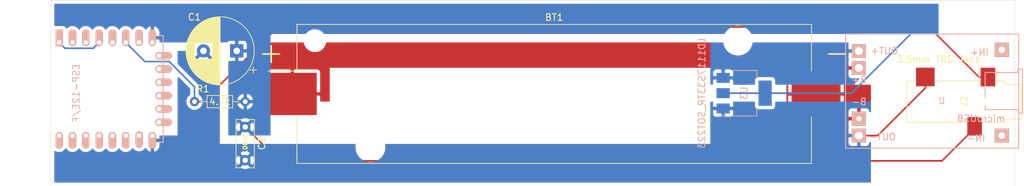
<source format=kicad_pcb>
(kicad_pcb (version 20171130) (host pcbnew "(5.1.0-0)")

  (general
    (thickness 1.6)
    (drawings 4)
    (tracks 28)
    (zones 0)
    (modules 8)
    (nets 27)
  )

  (page A4)
  (layers
    (0 F.Cu signal)
    (31 B.Cu signal)
    (32 B.Adhes user)
    (33 F.Adhes user)
    (34 B.Paste user)
    (35 F.Paste user)
    (36 B.SilkS user)
    (37 F.SilkS user)
    (38 B.Mask user)
    (39 F.Mask user)
    (40 Dwgs.User user)
    (41 Cmts.User user)
    (42 Eco1.User user)
    (43 Eco2.User user)
    (44 Edge.Cuts user)
    (45 Margin user)
    (46 B.CrtYd user)
    (47 F.CrtYd user)
    (48 B.Fab user)
    (49 F.Fab user)
  )

  (setup
    (last_trace_width 0.25)
    (trace_clearance 0.2)
    (zone_clearance 0.508)
    (zone_45_only no)
    (trace_min 0.2)
    (via_size 0.8)
    (via_drill 0.4)
    (via_min_size 0.4)
    (via_min_drill 0.3)
    (uvia_size 0.3)
    (uvia_drill 0.1)
    (uvias_allowed no)
    (uvia_min_size 0.2)
    (uvia_min_drill 0.1)
    (edge_width 0.05)
    (segment_width 0.2)
    (pcb_text_width 0.3)
    (pcb_text_size 1.5 1.5)
    (mod_edge_width 0.12)
    (mod_text_size 1 1)
    (mod_text_width 0.15)
    (pad_size 1.524 1.524)
    (pad_drill 0.762)
    (pad_to_mask_clearance 0.051)
    (solder_mask_min_width 0.25)
    (aux_axis_origin 0 0)
    (visible_elements FFFFFF7F)
    (pcbplotparams
      (layerselection 0x010fc_ffffffff)
      (usegerberextensions false)
      (usegerberattributes false)
      (usegerberadvancedattributes false)
      (creategerberjobfile false)
      (excludeedgelayer true)
      (linewidth 0.100000)
      (plotframeref false)
      (viasonmask false)
      (mode 1)
      (useauxorigin false)
      (hpglpennumber 1)
      (hpglpenspeed 20)
      (hpglpendiameter 15.000000)
      (psnegative false)
      (psa4output false)
      (plotreference true)
      (plotvalue true)
      (plotinvisibletext false)
      (padsonsilk false)
      (subtractmaskfromsilk false)
      (outputformat 1)
      (mirror false)
      (drillshape 1)
      (scaleselection 1)
      (outputdirectory ""))
  )

  (net 0 "")
  (net 1 "Net-(BT1-Pad2)")
  (net 2 "Net-(BT1-Pad1)")
  (net 3 "Net-(C1-Pad1)")
  (net 4 "Net-(C1-Pad2)")
  (net 5 "Net-(J2-PadS)")
  (net 6 "Net-(U2-Pad1)")
  (net 7 "Net-(U2-Pad2)")
  (net 8 "Net-(U2-Pad3)")
  (net 9 "Net-(U2-Pad5)")
  (net 10 "Net-(U2-Pad7)")
  (net 11 "Net-(U2-Pad10)")
  (net 12 "Net-(U2-Pad11)")
  (net 13 "Net-(U2-Pad12)")
  (net 14 "Net-(U2-Pad13)")
  (net 15 "Net-(U2-Pad14)")
  (net 16 "Net-(U2-Pad15)")
  (net 17 "Net-(U2-Pad16)")
  (net 18 "Net-(U2-Pad17)")
  (net 19 "Net-(U2-Pad18)")
  (net 20 "Net-(U2-Pad19)")
  (net 21 "Net-(U2-Pad20)")
  (net 22 "Net-(U2-Pad21)")
  (net 23 "Net-(U2-Pad22)")
  (net 24 "Net-(U3-Pad3)")
  (net 25 "Net-(U4-Pad1)")
  (net 26 "Net-(U4-Pad2)")

  (net_class Default "This is the default net class."
    (clearance 0.2)
    (trace_width 0.25)
    (via_dia 0.8)
    (via_drill 0.4)
    (uvia_dia 0.3)
    (uvia_drill 0.1)
    (add_net "Net-(BT1-Pad1)")
    (add_net "Net-(BT1-Pad2)")
    (add_net "Net-(C1-Pad1)")
    (add_net "Net-(C1-Pad2)")
    (add_net "Net-(J2-PadS)")
    (add_net "Net-(U2-Pad1)")
    (add_net "Net-(U2-Pad10)")
    (add_net "Net-(U2-Pad11)")
    (add_net "Net-(U2-Pad12)")
    (add_net "Net-(U2-Pad13)")
    (add_net "Net-(U2-Pad14)")
    (add_net "Net-(U2-Pad15)")
    (add_net "Net-(U2-Pad16)")
    (add_net "Net-(U2-Pad17)")
    (add_net "Net-(U2-Pad18)")
    (add_net "Net-(U2-Pad19)")
    (add_net "Net-(U2-Pad2)")
    (add_net "Net-(U2-Pad20)")
    (add_net "Net-(U2-Pad21)")
    (add_net "Net-(U2-Pad22)")
    (add_net "Net-(U2-Pad3)")
    (add_net "Net-(U2-Pad5)")
    (add_net "Net-(U2-Pad7)")
    (add_net "Net-(U3-Pad3)")
    (add_net "Net-(U4-Pad1)")
    (add_net "Net-(U4-Pad2)")
  )

  (module Battery:BatteryHolder_Keystone_1042_1x18650 (layer F.Cu) (tedit 5CA7DE0F) (tstamp 5CA920C2)
    (at 161.975001 94.095001)
    (descr "Battery holder for 18650 cylindrical cells http://www.keyelco.com/product.cfm/product_id/918")
    (tags "18650 Keystone 1042 Li-ion")
    (path /5CAB41BF)
    (attr smd)
    (fp_text reference BT1 (at 0 -11.5) (layer F.SilkS)
      (effects (font (size 1 1) (thickness 0.15)))
    )
    (fp_text value "3.7v 18650 Cell" (at 3.124999 11.314999) (layer F.Fab)
      (effects (font (size 1 1) (thickness 0.15)))
    )
    (fp_line (start -42.5 -4.75) (end -42.5 -7.25) (layer F.SilkS) (width 0.24))
    (fp_line (start -43.75 -6) (end -41.25 -6) (layer F.SilkS) (width 0.24))
    (fp_line (start -39.03 3.68) (end -43.5 3.68) (layer F.CrtYd) (width 0.05))
    (fp_line (start -43.5 3.68) (end -43.5 -3.68) (layer F.CrtYd) (width 0.05))
    (fp_line (start -43.5 -3.68) (end -39.03 -3.68) (layer F.CrtYd) (width 0.05))
    (fp_line (start 43.5 -3.68) (end 39.03 -3.68) (layer F.CrtYd) (width 0.05))
    (fp_line (start 39.03 3.68) (end 43.5 3.68) (layer F.CrtYd) (width 0.05))
    (fp_line (start -39.03 -10.83) (end -39.03 -3.68) (layer F.CrtYd) (width 0.05))
    (fp_line (start -39.03 10.83) (end -39.03 3.68) (layer F.CrtYd) (width 0.05))
    (fp_line (start 39.03 -10.83) (end 39.03 -3.68) (layer F.CrtYd) (width 0.05))
    (fp_line (start -39.03 -10.83) (end 39.03 -10.83) (layer F.CrtYd) (width 0.05))
    (fp_line (start -39.03 10.83) (end 39.03 10.83) (layer F.CrtYd) (width 0.05))
    (fp_line (start 38.53 -10.33) (end 38.53 10.33) (layer F.Fab) (width 0.1))
    (fp_line (start -33.3675 -10.33) (end 38.53 -10.33) (layer F.Fab) (width 0.1))
    (fp_line (start 43.75 -6) (end 41.25 -6) (layer F.SilkS) (width 0.24))
    (fp_line (start -38.53 -5.1675) (end -38.53 10.33) (layer F.Fab) (width 0.1))
    (fp_line (start -38.53 10.33) (end 38.53 10.33) (layer F.Fab) (width 0.1))
    (fp_line (start 38.64 -3.44) (end 38.64 -10.42) (layer F.SilkS) (width 0.12))
    (fp_line (start 38.64 -10.44) (end -38.64 -10.44) (layer F.SilkS) (width 0.12))
    (fp_line (start -38.64 -10.44) (end -38.64 -3.44) (layer F.SilkS) (width 0.12))
    (fp_line (start 38.64 3.44) (end 38.64 10.44) (layer F.SilkS) (width 0.12))
    (fp_line (start 38.64 10.44) (end -38.64 10.44) (layer F.SilkS) (width 0.12))
    (fp_line (start -38.64 10.44) (end -38.64 3.44) (layer F.SilkS) (width 0.12))
    (fp_line (start 39.03 10.83) (end 39.03 3.68) (layer F.CrtYd) (width 0.05))
    (fp_line (start 43.5 3.68) (end 43.5 -3.68) (layer F.CrtYd) (width 0.05))
    (fp_line (start -38.64 -3.44) (end -43 -3.44) (layer F.SilkS) (width 0.12))
    (fp_line (start -33.3675 -10.33) (end -38.53 -5.1675) (layer F.Fab) (width 0.1))
    (pad "" np_thru_hole circle (at -35.93 -8) (size 2.39 2.39) (drill 2.39) (layers *.Cu *.Mask))
    (pad "" np_thru_hole circle (at -27.6 8) (size 3.45 3.45) (drill 3.45) (layers *.Cu *.Mask))
    (pad "" np_thru_hole circle (at 27.6 -8) (size 3.45 3.45) (drill 3.45) (layers *.Cu *.Mask))
    (pad 2 smd rect (at 39.33 0) (size 7.34 6.35) (layers F.Cu F.Paste F.Mask)
      (net 1 "Net-(BT1-Pad2)"))
    (pad 1 smd rect (at -39.33 0) (size 7.34 6.35) (layers F.Cu F.Paste F.Mask)
      (net 2 "Net-(BT1-Pad1)"))
    (model ${KISYS3DMOD}/Battery.3dshapes/BatteryHolder_Keystone_1042_1x18650.wrl
      (at (xyz 0 0 0))
      (scale (xyz 1 1 1))
      (rotate (xyz 0 0 0))
    )
  )

  (module ESP8266:ESP-12E (layer B.Cu) (tedit 5CA7C854) (tstamp 5CA92209)
    (at 87.63 86.36 270)
    (descr "Module, ESP-8266, ESP-12, 16 pad, SMD")
    (tags "Module ESP-8266 ESP8266")
    (path /5CA8B85A)
    (fp_text reference ESP-12E/F (at 7.62 -2.54 270) (layer B.SilkS)
      (effects (font (size 1 1) (thickness 0.15)) (justify mirror))
    )
    (fp_text value ESP-12F (at 6.35 -6.35 270) (layer B.Fab) hide
      (effects (font (size 1 1) (thickness 0.15)) (justify mirror))
    )
    (fp_line (start -1.008 8.4) (end 14.992 8.4) (layer B.Fab) (width 0.05))
    (fp_line (start -1.008 -15.6) (end -1.008 8.4) (layer B.Fab) (width 0.05))
    (fp_line (start 14.992 -15.6) (end -1.008 -15.6) (layer B.Fab) (width 0.05))
    (fp_line (start 15 8.4) (end 15 -15.6) (layer B.Fab) (width 0.05))
    (fp_line (start -1.008 2.6) (end 14.992 2.6) (layer B.Fab) (width 0.1524))
    (fp_text user "No Copper" (at 6.892 5.4 270) (layer B.CrtYd)
      (effects (font (size 1 1) (thickness 0.15)) (justify mirror))
    )
    (fp_line (start -1.008 8.4) (end 14.992 2.6) (layer B.Fab) (width 0.1524))
    (fp_line (start 14.992 8.4) (end -1.008 2.6) (layer B.Fab) (width 0.1524))
    (fp_line (start 14.986 -15.621) (end 14.986 -14.859) (layer B.SilkS) (width 0.1524))
    (fp_line (start -1.016 -15.621) (end 14.986 -15.621) (layer B.SilkS) (width 0.1524))
    (fp_line (start -1.016 -14.859) (end -1.016 -15.621) (layer B.SilkS) (width 0.1524))
    (fp_line (start -1.016 8.382) (end -1.016 1.016) (layer B.Fab) (width 0.1524))
    (fp_line (start 14.986 8.382) (end 14.986 0.889) (layer B.Fab) (width 0.1524))
    (fp_line (start -1.016 8.382) (end 14.986 8.382) (layer B.Fab) (width 0.1524))
    (fp_line (start -2.25 -16) (end -2.25 0.5) (layer B.CrtYd) (width 0.05))
    (fp_line (start 16.25 -16) (end -2.25 -16) (layer B.CrtYd) (width 0.05))
    (fp_line (start 16.25 8.75) (end 16.25 -16) (layer B.CrtYd) (width 0.05))
    (fp_line (start 15.25 8.75) (end 16.25 8.75) (layer B.CrtYd) (width 0.05))
    (fp_line (start -2.25 8.75) (end 15.25 8.75) (layer B.CrtYd) (width 0.05))
    (fp_line (start -2.25 0.5) (end -2.25 8.75) (layer B.CrtYd) (width 0.05))
    (pad 22 thru_hole oval (at 11.99 -15 180) (size 2.5 1.1) (drill 0.65 (offset -0.7 0)) (layers *.Cu *.Mask B.SilkS)
      (net 23 "Net-(U2-Pad22)"))
    (pad 21 thru_hole oval (at 9.99 -15 180) (size 2.5 1.1) (drill 0.65 (offset -0.7 0)) (layers *.Cu *.Mask B.SilkS)
      (net 22 "Net-(U2-Pad21)"))
    (pad 20 thru_hole oval (at 7.99 -15 180) (size 2.5 1.1) (drill 0.65 (offset -0.7 0)) (layers *.Cu *.Mask B.SilkS)
      (net 21 "Net-(U2-Pad20)"))
    (pad 19 thru_hole oval (at 5.99 -15 180) (size 2.5 1.1) (drill 0.65 (offset -0.7 0)) (layers *.Cu *.Mask B.SilkS)
      (net 20 "Net-(U2-Pad19)"))
    (pad 18 thru_hole oval (at 3.99 -15 180) (size 2.5 1.1) (drill 0.65 (offset -0.7 0)) (layers *.Cu *.Mask B.SilkS)
      (net 19 "Net-(U2-Pad18)"))
    (pad 17 thru_hole oval (at 1.99 -15 180) (size 2.5 1.1) (drill 0.65 (offset -0.7 0)) (layers *.Cu *.Mask B.SilkS)
      (net 18 "Net-(U2-Pad17)"))
    (pad 16 thru_hole oval (at 14 0 270) (size 2.5 1.1) (drill 0.65 (offset 0.7 0)) (layers *.Cu *.Mask B.SilkS)
      (net 17 "Net-(U2-Pad16)"))
    (pad 15 thru_hole oval (at 14 -2 270) (size 2.5 1.1) (drill 0.65 (offset 0.7 0)) (layers *.Cu *.Mask B.SilkS)
      (net 16 "Net-(U2-Pad15)"))
    (pad 14 thru_hole oval (at 14 -4 270) (size 2.5 1.1) (drill 0.65 (offset 0.7 0)) (layers *.Cu *.Mask B.SilkS)
      (net 15 "Net-(U2-Pad14)"))
    (pad 13 thru_hole oval (at 14 -6 270) (size 2.5 1.1) (drill 0.65 (offset 0.7 0)) (layers *.Cu *.Mask B.SilkS)
      (net 14 "Net-(U2-Pad13)"))
    (pad 12 thru_hole oval (at 14 -8 270) (size 2.5 1.1) (drill 0.65 (offset 0.7 0)) (layers *.Cu *.Mask B.SilkS)
      (net 13 "Net-(U2-Pad12)"))
    (pad 11 thru_hole oval (at 14 -10 270) (size 2.5 1.1) (drill 0.65 (offset 0.7 0)) (layers *.Cu *.Mask B.SilkS)
      (net 12 "Net-(U2-Pad11)"))
    (pad 10 thru_hole oval (at 14 -12 270) (size 2.5 1.1) (drill 0.65 (offset 0.6 0)) (layers *.Cu *.Mask B.SilkS)
      (net 11 "Net-(U2-Pad10)"))
    (pad 9 thru_hole oval (at 14 -14 270) (size 2.5 1.1) (drill 0.65 (offset 0.7 0)) (layers *.Cu *.Mask B.SilkS)
      (net 4 "Net-(C1-Pad2)"))
    (pad 8 thru_hole oval (at 0 -14 270) (size 2.5 1.1) (drill 0.65 (offset -0.7 0)) (layers *.Cu *.Mask B.SilkS)
      (net 3 "Net-(C1-Pad1)"))
    (pad 7 thru_hole oval (at 0 -12 270) (size 2.5 1.1) (drill 0.65 (offset -0.7 0)) (layers *.Cu *.Mask B.SilkS)
      (net 10 "Net-(U2-Pad7)"))
    (pad 6 thru_hole oval (at 0 -10 270) (size 2.5 1.1) (drill 0.65 (offset -0.7 0)) (layers *.Cu *.Mask B.SilkS)
      (net 5 "Net-(J2-PadS)"))
    (pad 5 thru_hole oval (at 0 -8 270) (size 2.5 1.1) (drill 0.65 (offset -0.7 0)) (layers *.Cu *.Mask B.SilkS)
      (net 9 "Net-(U2-Pad5)"))
    (pad 4 thru_hole oval (at 0 -6 270) (size 2.5 1.1) (drill 0.65 (offset -0.7 0)) (layers *.Cu *.Mask B.SilkS)
      (net 6 "Net-(U2-Pad1)"))
    (pad 3 thru_hole oval (at 0 -4 270) (size 2.5 1.1) (drill 0.65 (offset -0.7 0)) (layers *.Cu *.Mask B.SilkS)
      (net 8 "Net-(U2-Pad3)"))
    (pad 2 thru_hole oval (at 0 -2 270) (size 2.5 1.1) (drill 0.65 (offset -0.7 0)) (layers *.Cu *.Mask B.SilkS)
      (net 7 "Net-(U2-Pad2)"))
    (pad 1 thru_hole rect (at 0 0 270) (size 2.5 1.1) (drill 0.65 (offset -0.7 0)) (layers *.Cu *.Mask B.SilkS)
      (net 6 "Net-(U2-Pad1)"))
    (model ${ESPLIB}/ESP8266.3dshapes/ESP-12E.wrl
      (at (xyz 0 0 0))
      (scale (xyz 0.3937 0.3937 0.3937))
      (rotate (xyz 0 0 0))
    )
  )

  (module Capacitor_THT:CP_Radial_D10.0mm_P5.00mm (layer F.Cu) (tedit 5AE50EF1) (tstamp 5CA9218E)
    (at 114.3 87.63 180)
    (descr "CP, Radial series, Radial, pin pitch=5.00mm, , diameter=10mm, Electrolytic Capacitor")
    (tags "CP Radial series Radial pin pitch 5.00mm  diameter 10mm Electrolytic Capacitor")
    (path /5CA8FBFC)
    (fp_text reference C1 (at 6.35 5.08 180) (layer F.SilkS)
      (effects (font (size 1 1) (thickness 0.15)))
    )
    (fp_text value 1000uF (at -5.08 2.54 180) (layer F.Fab)
      (effects (font (size 1 1) (thickness 0.15)))
    )
    (fp_circle (center 2.5 0) (end 7.5 0) (layer F.Fab) (width 0.1))
    (fp_circle (center 2.5 0) (end 7.62 0) (layer F.SilkS) (width 0.12))
    (fp_circle (center 2.5 0) (end 7.75 0) (layer F.CrtYd) (width 0.05))
    (fp_line (start -1.788861 -2.1875) (end -0.788861 -2.1875) (layer F.Fab) (width 0.1))
    (fp_line (start -1.288861 -2.6875) (end -1.288861 -1.6875) (layer F.Fab) (width 0.1))
    (fp_line (start 2.5 -5.08) (end 2.5 5.08) (layer F.SilkS) (width 0.12))
    (fp_line (start 2.54 -5.08) (end 2.54 5.08) (layer F.SilkS) (width 0.12))
    (fp_line (start 2.58 -5.08) (end 2.58 5.08) (layer F.SilkS) (width 0.12))
    (fp_line (start 2.62 -5.079) (end 2.62 5.079) (layer F.SilkS) (width 0.12))
    (fp_line (start 2.66 -5.078) (end 2.66 5.078) (layer F.SilkS) (width 0.12))
    (fp_line (start 2.7 -5.077) (end 2.7 5.077) (layer F.SilkS) (width 0.12))
    (fp_line (start 2.74 -5.075) (end 2.74 5.075) (layer F.SilkS) (width 0.12))
    (fp_line (start 2.78 -5.073) (end 2.78 5.073) (layer F.SilkS) (width 0.12))
    (fp_line (start 2.82 -5.07) (end 2.82 5.07) (layer F.SilkS) (width 0.12))
    (fp_line (start 2.86 -5.068) (end 2.86 5.068) (layer F.SilkS) (width 0.12))
    (fp_line (start 2.9 -5.065) (end 2.9 5.065) (layer F.SilkS) (width 0.12))
    (fp_line (start 2.94 -5.062) (end 2.94 5.062) (layer F.SilkS) (width 0.12))
    (fp_line (start 2.98 -5.058) (end 2.98 5.058) (layer F.SilkS) (width 0.12))
    (fp_line (start 3.02 -5.054) (end 3.02 5.054) (layer F.SilkS) (width 0.12))
    (fp_line (start 3.06 -5.05) (end 3.06 5.05) (layer F.SilkS) (width 0.12))
    (fp_line (start 3.1 -5.045) (end 3.1 5.045) (layer F.SilkS) (width 0.12))
    (fp_line (start 3.14 -5.04) (end 3.14 5.04) (layer F.SilkS) (width 0.12))
    (fp_line (start 3.18 -5.035) (end 3.18 5.035) (layer F.SilkS) (width 0.12))
    (fp_line (start 3.221 -5.03) (end 3.221 5.03) (layer F.SilkS) (width 0.12))
    (fp_line (start 3.261 -5.024) (end 3.261 5.024) (layer F.SilkS) (width 0.12))
    (fp_line (start 3.301 -5.018) (end 3.301 5.018) (layer F.SilkS) (width 0.12))
    (fp_line (start 3.341 -5.011) (end 3.341 5.011) (layer F.SilkS) (width 0.12))
    (fp_line (start 3.381 -5.004) (end 3.381 5.004) (layer F.SilkS) (width 0.12))
    (fp_line (start 3.421 -4.997) (end 3.421 4.997) (layer F.SilkS) (width 0.12))
    (fp_line (start 3.461 -4.99) (end 3.461 4.99) (layer F.SilkS) (width 0.12))
    (fp_line (start 3.501 -4.982) (end 3.501 4.982) (layer F.SilkS) (width 0.12))
    (fp_line (start 3.541 -4.974) (end 3.541 4.974) (layer F.SilkS) (width 0.12))
    (fp_line (start 3.581 -4.965) (end 3.581 4.965) (layer F.SilkS) (width 0.12))
    (fp_line (start 3.621 -4.956) (end 3.621 4.956) (layer F.SilkS) (width 0.12))
    (fp_line (start 3.661 -4.947) (end 3.661 4.947) (layer F.SilkS) (width 0.12))
    (fp_line (start 3.701 -4.938) (end 3.701 4.938) (layer F.SilkS) (width 0.12))
    (fp_line (start 3.741 -4.928) (end 3.741 4.928) (layer F.SilkS) (width 0.12))
    (fp_line (start 3.781 -4.918) (end 3.781 -1.241) (layer F.SilkS) (width 0.12))
    (fp_line (start 3.781 1.241) (end 3.781 4.918) (layer F.SilkS) (width 0.12))
    (fp_line (start 3.821 -4.907) (end 3.821 -1.241) (layer F.SilkS) (width 0.12))
    (fp_line (start 3.821 1.241) (end 3.821 4.907) (layer F.SilkS) (width 0.12))
    (fp_line (start 3.861 -4.897) (end 3.861 -1.241) (layer F.SilkS) (width 0.12))
    (fp_line (start 3.861 1.241) (end 3.861 4.897) (layer F.SilkS) (width 0.12))
    (fp_line (start 3.901 -4.885) (end 3.901 -1.241) (layer F.SilkS) (width 0.12))
    (fp_line (start 3.901 1.241) (end 3.901 4.885) (layer F.SilkS) (width 0.12))
    (fp_line (start 3.941 -4.874) (end 3.941 -1.241) (layer F.SilkS) (width 0.12))
    (fp_line (start 3.941 1.241) (end 3.941 4.874) (layer F.SilkS) (width 0.12))
    (fp_line (start 3.981 -4.862) (end 3.981 -1.241) (layer F.SilkS) (width 0.12))
    (fp_line (start 3.981 1.241) (end 3.981 4.862) (layer F.SilkS) (width 0.12))
    (fp_line (start 4.021 -4.85) (end 4.021 -1.241) (layer F.SilkS) (width 0.12))
    (fp_line (start 4.021 1.241) (end 4.021 4.85) (layer F.SilkS) (width 0.12))
    (fp_line (start 4.061 -4.837) (end 4.061 -1.241) (layer F.SilkS) (width 0.12))
    (fp_line (start 4.061 1.241) (end 4.061 4.837) (layer F.SilkS) (width 0.12))
    (fp_line (start 4.101 -4.824) (end 4.101 -1.241) (layer F.SilkS) (width 0.12))
    (fp_line (start 4.101 1.241) (end 4.101 4.824) (layer F.SilkS) (width 0.12))
    (fp_line (start 4.141 -4.811) (end 4.141 -1.241) (layer F.SilkS) (width 0.12))
    (fp_line (start 4.141 1.241) (end 4.141 4.811) (layer F.SilkS) (width 0.12))
    (fp_line (start 4.181 -4.797) (end 4.181 -1.241) (layer F.SilkS) (width 0.12))
    (fp_line (start 4.181 1.241) (end 4.181 4.797) (layer F.SilkS) (width 0.12))
    (fp_line (start 4.221 -4.783) (end 4.221 -1.241) (layer F.SilkS) (width 0.12))
    (fp_line (start 4.221 1.241) (end 4.221 4.783) (layer F.SilkS) (width 0.12))
    (fp_line (start 4.261 -4.768) (end 4.261 -1.241) (layer F.SilkS) (width 0.12))
    (fp_line (start 4.261 1.241) (end 4.261 4.768) (layer F.SilkS) (width 0.12))
    (fp_line (start 4.301 -4.754) (end 4.301 -1.241) (layer F.SilkS) (width 0.12))
    (fp_line (start 4.301 1.241) (end 4.301 4.754) (layer F.SilkS) (width 0.12))
    (fp_line (start 4.341 -4.738) (end 4.341 -1.241) (layer F.SilkS) (width 0.12))
    (fp_line (start 4.341 1.241) (end 4.341 4.738) (layer F.SilkS) (width 0.12))
    (fp_line (start 4.381 -4.723) (end 4.381 -1.241) (layer F.SilkS) (width 0.12))
    (fp_line (start 4.381 1.241) (end 4.381 4.723) (layer F.SilkS) (width 0.12))
    (fp_line (start 4.421 -4.707) (end 4.421 -1.241) (layer F.SilkS) (width 0.12))
    (fp_line (start 4.421 1.241) (end 4.421 4.707) (layer F.SilkS) (width 0.12))
    (fp_line (start 4.461 -4.69) (end 4.461 -1.241) (layer F.SilkS) (width 0.12))
    (fp_line (start 4.461 1.241) (end 4.461 4.69) (layer F.SilkS) (width 0.12))
    (fp_line (start 4.501 -4.674) (end 4.501 -1.241) (layer F.SilkS) (width 0.12))
    (fp_line (start 4.501 1.241) (end 4.501 4.674) (layer F.SilkS) (width 0.12))
    (fp_line (start 4.541 -4.657) (end 4.541 -1.241) (layer F.SilkS) (width 0.12))
    (fp_line (start 4.541 1.241) (end 4.541 4.657) (layer F.SilkS) (width 0.12))
    (fp_line (start 4.581 -4.639) (end 4.581 -1.241) (layer F.SilkS) (width 0.12))
    (fp_line (start 4.581 1.241) (end 4.581 4.639) (layer F.SilkS) (width 0.12))
    (fp_line (start 4.621 -4.621) (end 4.621 -1.241) (layer F.SilkS) (width 0.12))
    (fp_line (start 4.621 1.241) (end 4.621 4.621) (layer F.SilkS) (width 0.12))
    (fp_line (start 4.661 -4.603) (end 4.661 -1.241) (layer F.SilkS) (width 0.12))
    (fp_line (start 4.661 1.241) (end 4.661 4.603) (layer F.SilkS) (width 0.12))
    (fp_line (start 4.701 -4.584) (end 4.701 -1.241) (layer F.SilkS) (width 0.12))
    (fp_line (start 4.701 1.241) (end 4.701 4.584) (layer F.SilkS) (width 0.12))
    (fp_line (start 4.741 -4.564) (end 4.741 -1.241) (layer F.SilkS) (width 0.12))
    (fp_line (start 4.741 1.241) (end 4.741 4.564) (layer F.SilkS) (width 0.12))
    (fp_line (start 4.781 -4.545) (end 4.781 -1.241) (layer F.SilkS) (width 0.12))
    (fp_line (start 4.781 1.241) (end 4.781 4.545) (layer F.SilkS) (width 0.12))
    (fp_line (start 4.821 -4.525) (end 4.821 -1.241) (layer F.SilkS) (width 0.12))
    (fp_line (start 4.821 1.241) (end 4.821 4.525) (layer F.SilkS) (width 0.12))
    (fp_line (start 4.861 -4.504) (end 4.861 -1.241) (layer F.SilkS) (width 0.12))
    (fp_line (start 4.861 1.241) (end 4.861 4.504) (layer F.SilkS) (width 0.12))
    (fp_line (start 4.901 -4.483) (end 4.901 -1.241) (layer F.SilkS) (width 0.12))
    (fp_line (start 4.901 1.241) (end 4.901 4.483) (layer F.SilkS) (width 0.12))
    (fp_line (start 4.941 -4.462) (end 4.941 -1.241) (layer F.SilkS) (width 0.12))
    (fp_line (start 4.941 1.241) (end 4.941 4.462) (layer F.SilkS) (width 0.12))
    (fp_line (start 4.981 -4.44) (end 4.981 -1.241) (layer F.SilkS) (width 0.12))
    (fp_line (start 4.981 1.241) (end 4.981 4.44) (layer F.SilkS) (width 0.12))
    (fp_line (start 5.021 -4.417) (end 5.021 -1.241) (layer F.SilkS) (width 0.12))
    (fp_line (start 5.021 1.241) (end 5.021 4.417) (layer F.SilkS) (width 0.12))
    (fp_line (start 5.061 -4.395) (end 5.061 -1.241) (layer F.SilkS) (width 0.12))
    (fp_line (start 5.061 1.241) (end 5.061 4.395) (layer F.SilkS) (width 0.12))
    (fp_line (start 5.101 -4.371) (end 5.101 -1.241) (layer F.SilkS) (width 0.12))
    (fp_line (start 5.101 1.241) (end 5.101 4.371) (layer F.SilkS) (width 0.12))
    (fp_line (start 5.141 -4.347) (end 5.141 -1.241) (layer F.SilkS) (width 0.12))
    (fp_line (start 5.141 1.241) (end 5.141 4.347) (layer F.SilkS) (width 0.12))
    (fp_line (start 5.181 -4.323) (end 5.181 -1.241) (layer F.SilkS) (width 0.12))
    (fp_line (start 5.181 1.241) (end 5.181 4.323) (layer F.SilkS) (width 0.12))
    (fp_line (start 5.221 -4.298) (end 5.221 -1.241) (layer F.SilkS) (width 0.12))
    (fp_line (start 5.221 1.241) (end 5.221 4.298) (layer F.SilkS) (width 0.12))
    (fp_line (start 5.261 -4.273) (end 5.261 -1.241) (layer F.SilkS) (width 0.12))
    (fp_line (start 5.261 1.241) (end 5.261 4.273) (layer F.SilkS) (width 0.12))
    (fp_line (start 5.301 -4.247) (end 5.301 -1.241) (layer F.SilkS) (width 0.12))
    (fp_line (start 5.301 1.241) (end 5.301 4.247) (layer F.SilkS) (width 0.12))
    (fp_line (start 5.341 -4.221) (end 5.341 -1.241) (layer F.SilkS) (width 0.12))
    (fp_line (start 5.341 1.241) (end 5.341 4.221) (layer F.SilkS) (width 0.12))
    (fp_line (start 5.381 -4.194) (end 5.381 -1.241) (layer F.SilkS) (width 0.12))
    (fp_line (start 5.381 1.241) (end 5.381 4.194) (layer F.SilkS) (width 0.12))
    (fp_line (start 5.421 -4.166) (end 5.421 -1.241) (layer F.SilkS) (width 0.12))
    (fp_line (start 5.421 1.241) (end 5.421 4.166) (layer F.SilkS) (width 0.12))
    (fp_line (start 5.461 -4.138) (end 5.461 -1.241) (layer F.SilkS) (width 0.12))
    (fp_line (start 5.461 1.241) (end 5.461 4.138) (layer F.SilkS) (width 0.12))
    (fp_line (start 5.501 -4.11) (end 5.501 -1.241) (layer F.SilkS) (width 0.12))
    (fp_line (start 5.501 1.241) (end 5.501 4.11) (layer F.SilkS) (width 0.12))
    (fp_line (start 5.541 -4.08) (end 5.541 -1.241) (layer F.SilkS) (width 0.12))
    (fp_line (start 5.541 1.241) (end 5.541 4.08) (layer F.SilkS) (width 0.12))
    (fp_line (start 5.581 -4.05) (end 5.581 -1.241) (layer F.SilkS) (width 0.12))
    (fp_line (start 5.581 1.241) (end 5.581 4.05) (layer F.SilkS) (width 0.12))
    (fp_line (start 5.621 -4.02) (end 5.621 -1.241) (layer F.SilkS) (width 0.12))
    (fp_line (start 5.621 1.241) (end 5.621 4.02) (layer F.SilkS) (width 0.12))
    (fp_line (start 5.661 -3.989) (end 5.661 -1.241) (layer F.SilkS) (width 0.12))
    (fp_line (start 5.661 1.241) (end 5.661 3.989) (layer F.SilkS) (width 0.12))
    (fp_line (start 5.701 -3.957) (end 5.701 -1.241) (layer F.SilkS) (width 0.12))
    (fp_line (start 5.701 1.241) (end 5.701 3.957) (layer F.SilkS) (width 0.12))
    (fp_line (start 5.741 -3.925) (end 5.741 -1.241) (layer F.SilkS) (width 0.12))
    (fp_line (start 5.741 1.241) (end 5.741 3.925) (layer F.SilkS) (width 0.12))
    (fp_line (start 5.781 -3.892) (end 5.781 -1.241) (layer F.SilkS) (width 0.12))
    (fp_line (start 5.781 1.241) (end 5.781 3.892) (layer F.SilkS) (width 0.12))
    (fp_line (start 5.821 -3.858) (end 5.821 -1.241) (layer F.SilkS) (width 0.12))
    (fp_line (start 5.821 1.241) (end 5.821 3.858) (layer F.SilkS) (width 0.12))
    (fp_line (start 5.861 -3.824) (end 5.861 -1.241) (layer F.SilkS) (width 0.12))
    (fp_line (start 5.861 1.241) (end 5.861 3.824) (layer F.SilkS) (width 0.12))
    (fp_line (start 5.901 -3.789) (end 5.901 -1.241) (layer F.SilkS) (width 0.12))
    (fp_line (start 5.901 1.241) (end 5.901 3.789) (layer F.SilkS) (width 0.12))
    (fp_line (start 5.941 -3.753) (end 5.941 -1.241) (layer F.SilkS) (width 0.12))
    (fp_line (start 5.941 1.241) (end 5.941 3.753) (layer F.SilkS) (width 0.12))
    (fp_line (start 5.981 -3.716) (end 5.981 -1.241) (layer F.SilkS) (width 0.12))
    (fp_line (start 5.981 1.241) (end 5.981 3.716) (layer F.SilkS) (width 0.12))
    (fp_line (start 6.021 -3.679) (end 6.021 -1.241) (layer F.SilkS) (width 0.12))
    (fp_line (start 6.021 1.241) (end 6.021 3.679) (layer F.SilkS) (width 0.12))
    (fp_line (start 6.061 -3.64) (end 6.061 -1.241) (layer F.SilkS) (width 0.12))
    (fp_line (start 6.061 1.241) (end 6.061 3.64) (layer F.SilkS) (width 0.12))
    (fp_line (start 6.101 -3.601) (end 6.101 -1.241) (layer F.SilkS) (width 0.12))
    (fp_line (start 6.101 1.241) (end 6.101 3.601) (layer F.SilkS) (width 0.12))
    (fp_line (start 6.141 -3.561) (end 6.141 -1.241) (layer F.SilkS) (width 0.12))
    (fp_line (start 6.141 1.241) (end 6.141 3.561) (layer F.SilkS) (width 0.12))
    (fp_line (start 6.181 -3.52) (end 6.181 -1.241) (layer F.SilkS) (width 0.12))
    (fp_line (start 6.181 1.241) (end 6.181 3.52) (layer F.SilkS) (width 0.12))
    (fp_line (start 6.221 -3.478) (end 6.221 -1.241) (layer F.SilkS) (width 0.12))
    (fp_line (start 6.221 1.241) (end 6.221 3.478) (layer F.SilkS) (width 0.12))
    (fp_line (start 6.261 -3.436) (end 6.261 3.436) (layer F.SilkS) (width 0.12))
    (fp_line (start 6.301 -3.392) (end 6.301 3.392) (layer F.SilkS) (width 0.12))
    (fp_line (start 6.341 -3.347) (end 6.341 3.347) (layer F.SilkS) (width 0.12))
    (fp_line (start 6.381 -3.301) (end 6.381 3.301) (layer F.SilkS) (width 0.12))
    (fp_line (start 6.421 -3.254) (end 6.421 3.254) (layer F.SilkS) (width 0.12))
    (fp_line (start 6.461 -3.206) (end 6.461 3.206) (layer F.SilkS) (width 0.12))
    (fp_line (start 6.501 -3.156) (end 6.501 3.156) (layer F.SilkS) (width 0.12))
    (fp_line (start 6.541 -3.106) (end 6.541 3.106) (layer F.SilkS) (width 0.12))
    (fp_line (start 6.581 -3.054) (end 6.581 3.054) (layer F.SilkS) (width 0.12))
    (fp_line (start 6.621 -3) (end 6.621 3) (layer F.SilkS) (width 0.12))
    (fp_line (start 6.661 -2.945) (end 6.661 2.945) (layer F.SilkS) (width 0.12))
    (fp_line (start 6.701 -2.889) (end 6.701 2.889) (layer F.SilkS) (width 0.12))
    (fp_line (start 6.741 -2.83) (end 6.741 2.83) (layer F.SilkS) (width 0.12))
    (fp_line (start 6.781 -2.77) (end 6.781 2.77) (layer F.SilkS) (width 0.12))
    (fp_line (start 6.821 -2.709) (end 6.821 2.709) (layer F.SilkS) (width 0.12))
    (fp_line (start 6.861 -2.645) (end 6.861 2.645) (layer F.SilkS) (width 0.12))
    (fp_line (start 6.901 -2.579) (end 6.901 2.579) (layer F.SilkS) (width 0.12))
    (fp_line (start 6.941 -2.51) (end 6.941 2.51) (layer F.SilkS) (width 0.12))
    (fp_line (start 6.981 -2.439) (end 6.981 2.439) (layer F.SilkS) (width 0.12))
    (fp_line (start 7.021 -2.365) (end 7.021 2.365) (layer F.SilkS) (width 0.12))
    (fp_line (start 7.061 -2.289) (end 7.061 2.289) (layer F.SilkS) (width 0.12))
    (fp_line (start 7.101 -2.209) (end 7.101 2.209) (layer F.SilkS) (width 0.12))
    (fp_line (start 7.141 -2.125) (end 7.141 2.125) (layer F.SilkS) (width 0.12))
    (fp_line (start 7.181 -2.037) (end 7.181 2.037) (layer F.SilkS) (width 0.12))
    (fp_line (start 7.221 -1.944) (end 7.221 1.944) (layer F.SilkS) (width 0.12))
    (fp_line (start 7.261 -1.846) (end 7.261 1.846) (layer F.SilkS) (width 0.12))
    (fp_line (start 7.301 -1.742) (end 7.301 1.742) (layer F.SilkS) (width 0.12))
    (fp_line (start 7.341 -1.63) (end 7.341 1.63) (layer F.SilkS) (width 0.12))
    (fp_line (start 7.381 -1.51) (end 7.381 1.51) (layer F.SilkS) (width 0.12))
    (fp_line (start 7.421 -1.378) (end 7.421 1.378) (layer F.SilkS) (width 0.12))
    (fp_line (start 7.461 -1.23) (end 7.461 1.23) (layer F.SilkS) (width 0.12))
    (fp_line (start 7.501 -1.062) (end 7.501 1.062) (layer F.SilkS) (width 0.12))
    (fp_line (start 7.541 -0.862) (end 7.541 0.862) (layer F.SilkS) (width 0.12))
    (fp_line (start 7.581 -0.599) (end 7.581 0.599) (layer F.SilkS) (width 0.12))
    (fp_line (start -2.979646 -2.875) (end -1.979646 -2.875) (layer F.SilkS) (width 0.12))
    (fp_line (start -2.479646 -3.375) (end -2.479646 -2.375) (layer F.SilkS) (width 0.12))
    (pad 1 thru_hole rect (at 0 0 180) (size 2 2) (drill 1) (layers *.Cu *.Mask)
      (net 3 "Net-(C1-Pad1)"))
    (pad 2 thru_hole circle (at 5 0 180) (size 2 2) (drill 1) (layers *.Cu *.Mask)
      (net 4 "Net-(C1-Pad2)"))
    (model ${KISYS3DMOD}/Capacitor_THT.3dshapes/CP_Radial_D10.0mm_P5.00mm.wrl
      (at (xyz 0 0 0))
      (scale (xyz 1 1 1))
      (rotate (xyz 0 0 0))
    )
  )

  (module Capacitor_THT:C_Disc_D7.0mm_W2.5mm_P5.00mm (layer F.Cu) (tedit 5AE50EF0) (tstamp 5CA921A1)
    (at 115.57 99.06 270)
    (descr "C, Disc series, Radial, pin pitch=5.00mm, , diameter*width=7*2.5mm^2, Capacitor, http://cdn-reichelt.de/documents/datenblatt/B300/DS_KERKO_TC.pdf")
    (tags "C Disc series Radial pin pitch 5.00mm  diameter 7mm width 2.5mm Capacitor")
    (path /5CA90C7A)
    (fp_text reference C2 (at 2.5 -2.5 270) (layer F.SilkS)
      (effects (font (size 1 1) (thickness 0.15)))
    )
    (fp_text value 100nF (at 2.54 0 270) (layer F.SilkS)
      (effects (font (size 0.65 0.65) (thickness 0.15)))
    )
    (fp_line (start -1 -1.25) (end -1 1.25) (layer F.Fab) (width 0.1))
    (fp_line (start -1 1.25) (end 6 1.25) (layer F.Fab) (width 0.1))
    (fp_line (start 6 1.25) (end 6 -1.25) (layer F.Fab) (width 0.1))
    (fp_line (start 6 -1.25) (end -1 -1.25) (layer F.Fab) (width 0.1))
    (fp_line (start -1.12 -1.37) (end 6.12 -1.37) (layer F.SilkS) (width 0.12))
    (fp_line (start -1.12 1.37) (end 6.12 1.37) (layer F.SilkS) (width 0.12))
    (fp_line (start -1.12 -1.37) (end -1.12 1.37) (layer F.SilkS) (width 0.12))
    (fp_line (start 6.12 -1.37) (end 6.12 1.37) (layer F.SilkS) (width 0.12))
    (fp_line (start -1.25 -1.5) (end -1.25 1.5) (layer F.CrtYd) (width 0.05))
    (fp_line (start -1.25 1.5) (end 6.25 1.5) (layer F.CrtYd) (width 0.05))
    (fp_line (start 6.25 1.5) (end 6.25 -1.5) (layer F.CrtYd) (width 0.05))
    (fp_line (start 6.25 -1.5) (end -1.25 -1.5) (layer F.CrtYd) (width 0.05))
    (pad 1 thru_hole circle (at 0 0 270) (size 1.6 1.6) (drill 0.8) (layers *.Cu *.Mask)
      (net 3 "Net-(C1-Pad1)"))
    (pad 2 thru_hole circle (at 5 0 270) (size 1.6 1.6) (drill 0.8) (layers *.Cu *.Mask)
      (net 4 "Net-(C1-Pad2)"))
    (model ${KISYS3DMOD}/Capacitor_THT.3dshapes/C_Disc_D7.0mm_W2.5mm_P5.00mm.wrl
      (at (xyz 0 0 0))
      (scale (xyz 1 1 1))
      (rotate (xyz 0 0 0))
    )
  )

  (module Connector_Audio:Jack_3.5mm_CUI_SJ-3523-SMT_Horizontal (layer F.Cu) (tedit 5C635420) (tstamp 5CA928FB)
    (at 223.52 95.25 270)
    (descr "3.5 mm, Stereo, Right Angle, Surface Mount (SMT), Audio Jack Connector (https://www.cui.com/product/resource/sj-352x-smt-series.pdf)")
    (tags "3.5mm audio cui horizontal jack stereo")
    (path /5CABAAF5)
    (attr smd)
    (fp_text reference J2 (at 0 0 270) (layer F.SilkS)
      (effects (font (size 1 1) (thickness 0.15)))
    )
    (fp_text value "3.5mm TRS Jack" (at -6.35 3.81) (layer F.SilkS)
      (effects (font (size 1 1) (thickness 0.15)))
    )
    (fp_line (start 3 -6) (end 3 8.5) (layer F.Fab) (width 0.1))
    (fp_line (start 3 8.5) (end -3 8.5) (layer F.Fab) (width 0.1))
    (fp_line (start -3 8.5) (end -3 -6) (layer F.Fab) (width 0.1))
    (fp_line (start -3 -6) (end -2.5 -6) (layer F.Fab) (width 0.1))
    (fp_line (start -2.5 -6) (end -2.5 -8.5) (layer F.Fab) (width 0.1))
    (fp_line (start -2.5 -8.5) (end 2.5 -8.5) (layer F.Fab) (width 0.1))
    (fp_line (start 2.5 -8.5) (end 2.5 -6) (layer F.Fab) (width 0.1))
    (fp_line (start 2.5 -6) (end 3 -6) (layer F.Fab) (width 0.1))
    (fp_line (start 5.6 -9) (end 5.6 9) (layer F.CrtYd) (width 0.05))
    (fp_line (start 5.6 9) (end -5.6 9) (layer F.CrtYd) (width 0.05))
    (fp_line (start -5.6 9) (end -5.6 -9) (layer F.CrtYd) (width 0.05))
    (fp_line (start -5.6 -9) (end 5.6 -9) (layer F.CrtYd) (width 0.05))
    (fp_line (start -3.1 -4.9) (end -3.1 -6.1) (layer F.SilkS) (width 0.12))
    (fp_line (start -3.1 -6.1) (end -2.6 -6.1) (layer F.SilkS) (width 0.12))
    (fp_line (start -2.6 -6.1) (end -2.6 -8.6) (layer F.SilkS) (width 0.12))
    (fp_line (start -2.6 -8.6) (end 2.6 -8.6) (layer F.SilkS) (width 0.12))
    (fp_line (start 2.6 -8.6) (end 2.6 -6.1) (layer F.SilkS) (width 0.12))
    (fp_line (start 2.6 -6.1) (end 3.1 -6.1) (layer F.SilkS) (width 0.12))
    (fp_line (start 3.1 -6.1) (end 3.1 -2.9) (layer F.SilkS) (width 0.12))
    (fp_line (start 3.1 -0.3) (end 3.1 8.6) (layer F.SilkS) (width 0.12))
    (fp_line (start 3.1 8.6) (end -3.1 8.6) (layer F.SilkS) (width 0.12))
    (fp_line (start -3.1 8.6) (end -3.1 7.4) (layer F.SilkS) (width 0.12))
    (fp_line (start -3.1 4.2) (end -3.1 -2.3) (layer F.SilkS) (width 0.12))
    (fp_line (start -3.1 -4.9) (end -5.1 -4.9) (layer F.SilkS) (width 0.12))
    (fp_line (start -3.1 -2.3) (end -5.1 -2.3) (layer F.SilkS) (width 0.12))
    (pad R smd rect (at 3.7 -1.6 270) (size 2.8 2.2) (layers F.Cu F.Paste F.Mask)
      (net 3 "Net-(C1-Pad1)"))
    (pad S smd rect (at -3.7 -3.6 270) (size 2.8 2.2) (layers F.Cu F.Paste F.Mask)
      (net 5 "Net-(J2-PadS)"))
    (pad T smd rect (at -3.7 5.8 270) (size 2.8 2.8) (layers F.Cu F.Paste F.Mask)
      (net 4 "Net-(C1-Pad2)"))
    (pad "" np_thru_hole circle (at 0 -2.5 270) (size 1.7 1.7) (drill 1.7) (layers *.Cu *.Mask))
    (pad "" np_thru_hole circle (at 0 4.5 270) (size 1.7 1.7) (drill 1.7) (layers *.Cu *.Mask))
    (model ${KISYS3DMOD}/Connector_Audio.3dshapes/Jack_3.5mm_CUI_SJ-3523-SMT_Horizontal.wrl
      (at (xyz 0 0 0))
      (scale (xyz 1 1 1))
      (rotate (xyz 0 0 0))
    )
  )

  (module Resistor_THT:R_Axial_DIN0204_L3.6mm_D1.6mm_P7.62mm_Horizontal (layer F.Cu) (tedit 5AE5139B) (tstamp 5CA921DB)
    (at 107.95 95.25)
    (descr "Resistor, Axial_DIN0204 series, Axial, Horizontal, pin pitch=7.62mm, 0.167W, length*diameter=3.6*1.6mm^2, http://cdn-reichelt.de/documents/datenblatt/B400/1_4W%23YAG.pdf")
    (tags "Resistor Axial_DIN0204 series Axial Horizontal pin pitch 7.62mm 0.167W length 3.6mm diameter 1.6mm")
    (path /5CA92E4B)
    (fp_text reference R1 (at 1.27 -1.92) (layer F.SilkS)
      (effects (font (size 1 1) (thickness 0.15)))
    )
    (fp_text value 4.7k (at 3.81 0) (layer F.SilkS)
      (effects (font (size 1 1) (thickness 0.15)))
    )
    (fp_line (start 2.01 -0.8) (end 2.01 0.8) (layer F.Fab) (width 0.1))
    (fp_line (start 2.01 0.8) (end 5.61 0.8) (layer F.Fab) (width 0.1))
    (fp_line (start 5.61 0.8) (end 5.61 -0.8) (layer F.Fab) (width 0.1))
    (fp_line (start 5.61 -0.8) (end 2.01 -0.8) (layer F.Fab) (width 0.1))
    (fp_line (start 0 0) (end 2.01 0) (layer F.Fab) (width 0.1))
    (fp_line (start 7.62 0) (end 5.61 0) (layer F.Fab) (width 0.1))
    (fp_line (start 1.89 -0.92) (end 1.89 0.92) (layer F.SilkS) (width 0.12))
    (fp_line (start 1.89 0.92) (end 5.73 0.92) (layer F.SilkS) (width 0.12))
    (fp_line (start 5.73 0.92) (end 5.73 -0.92) (layer F.SilkS) (width 0.12))
    (fp_line (start 5.73 -0.92) (end 1.89 -0.92) (layer F.SilkS) (width 0.12))
    (fp_line (start 0.94 0) (end 1.89 0) (layer F.SilkS) (width 0.12))
    (fp_line (start 6.68 0) (end 5.73 0) (layer F.SilkS) (width 0.12))
    (fp_line (start -0.95 -1.05) (end -0.95 1.05) (layer F.CrtYd) (width 0.05))
    (fp_line (start -0.95 1.05) (end 8.57 1.05) (layer F.CrtYd) (width 0.05))
    (fp_line (start 8.57 1.05) (end 8.57 -1.05) (layer F.CrtYd) (width 0.05))
    (fp_line (start 8.57 -1.05) (end -0.95 -1.05) (layer F.CrtYd) (width 0.05))
    (pad 1 thru_hole circle (at 0 0) (size 1.4 1.4) (drill 0.7) (layers *.Cu *.Mask)
      (net 5 "Net-(J2-PadS)"))
    (pad 2 thru_hole oval (at 7.62 0) (size 1.4 1.4) (drill 0.7) (layers *.Cu *.Mask)
      (net 3 "Net-(C1-Pad1)"))
    (model ${KISYS3DMOD}/Resistor_THT.3dshapes/R_Axial_DIN0204_L3.6mm_D1.6mm_P7.62mm_Horizontal.wrl
      (at (xyz 0 0 0))
      (scale (xyz 1 1 1))
      (rotate (xyz 0 0 0))
    )
  )

  (module Package_TO_SOT_SMD:SOT-223-3_TabPin2 (layer B.Cu) (tedit 5A02FF57) (tstamp 5CA9221F)
    (at 190.5 93.98)
    (descr "module CMS SOT223 4 pins")
    (tags "CMS SOT")
    (path /5CA8E643)
    (attr smd)
    (fp_text reference U3 (at 0 0 -90) (layer B.SilkS)
      (effects (font (size 1 1) (thickness 0.15)) (justify mirror))
    )
    (fp_text value LD1117S33TR_SOT223 (at -6.35 0 -90) (layer B.SilkS)
      (effects (font (size 1 1) (thickness 0.15)) (justify mirror))
    )
    (fp_line (start 1.91 -3.41) (end 1.91 -2.15) (layer B.SilkS) (width 0.12))
    (fp_line (start 1.91 3.41) (end 1.91 2.15) (layer B.SilkS) (width 0.12))
    (fp_line (start 4.4 3.6) (end -4.4 3.6) (layer B.CrtYd) (width 0.05))
    (fp_line (start 4.4 -3.6) (end 4.4 3.6) (layer B.CrtYd) (width 0.05))
    (fp_line (start -4.4 -3.6) (end 4.4 -3.6) (layer B.CrtYd) (width 0.05))
    (fp_line (start -4.4 3.6) (end -4.4 -3.6) (layer B.CrtYd) (width 0.05))
    (fp_line (start -1.85 2.35) (end -0.85 3.35) (layer B.Fab) (width 0.1))
    (fp_line (start -1.85 2.35) (end -1.85 -3.35) (layer B.Fab) (width 0.1))
    (fp_line (start -1.85 -3.41) (end 1.91 -3.41) (layer B.SilkS) (width 0.12))
    (fp_line (start -0.85 3.35) (end 1.85 3.35) (layer B.Fab) (width 0.1))
    (fp_line (start -4.1 3.41) (end 1.91 3.41) (layer B.SilkS) (width 0.12))
    (fp_line (start -1.85 -3.35) (end 1.85 -3.35) (layer B.Fab) (width 0.1))
    (fp_line (start 1.85 3.35) (end 1.85 -3.35) (layer B.Fab) (width 0.1))
    (pad 2 smd rect (at 3.15 0) (size 2 3.8) (layers B.Cu B.Paste B.Mask)
      (net 3 "Net-(C1-Pad1)"))
    (pad 2 smd rect (at -3.15 0) (size 2 1.5) (layers B.Cu B.Paste B.Mask)
      (net 3 "Net-(C1-Pad1)"))
    (pad 3 smd rect (at -3.15 -2.3) (size 2 1.5) (layers B.Cu B.Paste B.Mask)
      (net 24 "Net-(U3-Pad3)"))
    (pad 1 smd rect (at -3.15 2.3) (size 2 1.5) (layers B.Cu B.Paste B.Mask)
      (net 4 "Net-(C1-Pad2)"))
    (model ${KISYS3DMOD}/Package_TO_SOT_SMD.3dshapes/SOT-223.wrl
      (at (xyz 0 0 0))
      (scale (xyz 1 1 1))
      (rotate (xyz 0 0 0))
    )
  )

  (module misc_footprints:4056E_LiIon_loader_prot (layer B.Cu) (tedit 55D73003) (tstamp 5CA9223D)
    (at 218.44 93.98 180)
    (path /5CA8C76F)
    (fp_text reference U4 (at -1.266 -1.13 180) (layer B.SilkS)
      (effects (font (size 1 1) (thickness 0.15)) (justify mirror))
    )
    (fp_text value "TP4056 Charging Module" (at 0 2.54 180) (layer B.Fab)
      (effects (font (size 1 1) (thickness 0.15)) (justify mirror))
    )
    (fp_line (start -13.29 -8.27) (end 12.7 -8.27) (layer B.SilkS) (width 0.15))
    (fp_line (start -13.3 8.88) (end 12.7 8.87) (layer B.SilkS) (width 0.15))
    (fp_line (start -13.87 -2.96) (end -13.87 3.59) (layer B.SilkS) (width 0.15))
    (fp_text user microUSB (at -7.62 -3.81) (layer B.SilkS)
      (effects (font (size 1 1) (thickness 0.15)) (justify mirror))
    )
    (fp_line (start -13.856 -2.988) (end -13.348 -2.988) (layer B.SilkS) (width 0.15))
    (fp_line (start -13.348 -2.988) (end -13.094 -2.48) (layer B.SilkS) (width 0.15))
    (fp_line (start -13.094 -2.48) (end -12.84 -2.48) (layer B.SilkS) (width 0.15))
    (fp_line (start -13.856 3.616) (end -13.348 3.616) (layer B.SilkS) (width 0.15))
    (fp_line (start -13.348 3.616) (end -13.094 3.108) (layer B.SilkS) (width 0.15))
    (fp_line (start -13.094 3.108) (end -8.268 3.108) (layer B.SilkS) (width 0.15))
    (fp_line (start -8.268 3.108) (end -8.268 -2.48) (layer B.SilkS) (width 0.15))
    (fp_line (start -8.268 -2.48) (end -12.84 -2.48) (layer B.SilkS) (width 0.15))
    (fp_text user B- (at 10.674 -1.29 180) (layer B.SilkS)
      (effects (font (size 1 1) (thickness 0.15)) (justify mirror))
    )
    (fp_text user B+ (at 10.674 2.012 180) (layer B.SilkS)
      (effects (font (size 1 1) (thickness 0.15)) (justify mirror))
    )
    (fp_text user OUT- (at 7.19 -6.556 180) (layer B.SilkS)
      (effects (font (size 1 1) (thickness 0.15)) (justify mirror))
    )
    (fp_text user OUT+ (at 6.87 6.348 180) (layer B.SilkS)
      (effects (font (size 1 1) (thickness 0.15)) (justify mirror))
    )
    (fp_text user IN- (at -6.9 -6.76 180) (layer B.SilkS)
      (effects (font (size 1 1) (thickness 0.15)) (justify mirror))
    )
    (fp_text user IN+ (at -7.43 6.13 180) (layer B.SilkS)
      (effects (font (size 1 1) (thickness 0.15)) (justify mirror))
    )
    (fp_line (start -13.296 -8.275) (end -13.296 8.87) (layer B.SilkS) (width 0.15))
    (fp_line (start 12.706 8.87) (end 12.706 -8.275) (layer B.SilkS) (width 0.15))
    (pad 1 thru_hole rect (at -10.76 6.51 180) (size 2.1 2.1) (drill 1) (layers *.Cu *.Mask B.SilkS)
      (net 25 "Net-(U4-Pad1)"))
    (pad 2 thru_hole rect (at -10.76 -6.37 180) (size 2.1 2.1) (drill 1) (layers *.Cu *.Mask B.SilkS)
      (net 26 "Net-(U4-Pad2)"))
    (pad 6 thru_hole rect (at 10.7 -6.37 180) (size 2.1 2.1) (drill 1.2) (layers *.Cu *.Mask B.SilkS)
      (net 4 "Net-(C1-Pad2)"))
    (pad 5 thru_hole rect (at 10.7 6.33 180) (size 2.1 2.1) (drill 1.2) (layers *.Cu *.Mask B.SilkS)
      (net 24 "Net-(U3-Pad3)"))
    (pad 3 thru_hole rect (at 10.7 3.79 180) (size 2.1 2.1) (drill 1.2) (layers *.Cu *.Mask B.SilkS)
      (net 2 "Net-(BT1-Pad1)"))
    (pad 4 thru_hole rect (at 10.7 -3.83 180) (size 2.1 2.1) (drill 0.762) (layers *.Cu *.Mask B.SilkS)
      (net 1 "Net-(BT1-Pad2)"))
  )

  (gr_line (start 86.36 107.95) (end 86.36 80.01) (layer Edge.Cuts) (width 0.05) (tstamp 5CA97424))
  (gr_line (start 231.14 107.95) (end 86.36 107.95) (layer Edge.Cuts) (width 0.05))
  (gr_line (start 231.14 80.01) (end 231.14 107.95) (layer Edge.Cuts) (width 0.05))
  (gr_line (start 86.36 80.01) (end 231.14 80.01) (layer Edge.Cuts) (width 0.05))

  (segment (start 120.655002 104.145002) (end 116.369999 99.859999) (width 0.25) (layer F.Cu) (net 3))
  (segment (start 116.369999 99.859999) (end 115.57 99.06) (width 0.25) (layer F.Cu) (net 3))
  (segment (start 220.224998 104.145002) (end 120.655002 104.145002) (width 0.25) (layer F.Cu) (net 3))
  (segment (start 225.12 99.25) (end 220.224998 104.145002) (width 0.25) (layer F.Cu) (net 3))
  (segment (start 225.12 98.95) (end 225.12 99.25) (width 0.25) (layer F.Cu) (net 3))
  (segment (start 187.1 93.98) (end 187.35 93.98) (width 0.25) (layer B.Cu) (net 3))
  (segment (start 187.35 93.98) (end 193.65 93.98) (width 0.25) (layer B.Cu) (net 3))
  (segment (start 193.65 93.98) (end 206.635002 93.98) (width 0.25) (layer B.Cu) (net 3))
  (segment (start 206.635002 93.98) (end 217.17 83.445002) (width 0.25) (layer B.Cu) (net 3))
  (segment (start 217.72 93.2) (end 210.57 100.35) (width 0.25) (layer F.Cu) (net 4))
  (segment (start 217.72 91.55) (end 217.72 93.2) (width 0.25) (layer F.Cu) (net 4))
  (segment (start 116.369999 104.859999) (end 115.57 104.06) (width 0.25) (layer B.Cu) (net 4))
  (segment (start 210.57 100.35) (end 207.74 100.35) (width 0.25) (layer F.Cu) (net 4))
  (segment (start 107.95 94.260051) (end 107.95 95.25) (width 0.25) (layer B.Cu) (net 5))
  (segment (start 107.95 93.032549) (end 107.95 94.260051) (width 0.25) (layer B.Cu) (net 5))
  (segment (start 104.142461 89.22501) (end 107.95 93.032549) (width 0.25) (layer B.Cu) (net 5))
  (segment (start 100.49501 89.22501) (end 104.142461 89.22501) (width 0.25) (layer B.Cu) (net 5))
  (segment (start 97.63 86.36) (end 100.49501 89.22501) (width 0.25) (layer B.Cu) (net 5))
  (segment (start 108.939949 95.25) (end 107.95 95.25) (width 0.25) (layer F.Cu) (net 5))
  (segment (start 218.265 84.045) (end 120.470002 84.045) (width 0.25) (layer F.Cu) (net 5))
  (segment (start 109.265002 95.25) (end 108.939949 95.25) (width 0.25) (layer F.Cu) (net 5))
  (segment (start 225.77 91.55) (end 218.265 84.045) (width 0.25) (layer F.Cu) (net 5))
  (segment (start 120.470002 84.045) (end 109.265002 95.25) (width 0.25) (layer F.Cu) (net 5))
  (segment (start 227.12 91.55) (end 225.77 91.55) (width 0.25) (layer F.Cu) (net 5))
  (segment (start 92.75499 87.23501) (end 93.63 86.36) (width 0.25) (layer B.Cu) (net 6))
  (segment (start 88.50501 87.23501) (end 92.75499 87.23501) (width 0.25) (layer B.Cu) (net 6))
  (segment (start 87.63 86.36) (end 88.50501 87.23501) (width 0.25) (layer B.Cu) (net 6))
  (segment (start 187.6 91.68) (end 187.35 91.68) (width 0.25) (layer B.Cu) (net 24))

  (zone (net 0) (net_name "") (layers F&B.Cu) (tstamp 0) (hatch edge 0.508)
    (connect_pads (clearance 0.508))
    (min_thickness 0.254)
    (keepout (tracks not_allowed) (vias not_allowed) (copperpour not_allowed))
    (fill (arc_segments 32) (thermal_gap 0.508) (thermal_bridge_width 0.508))
    (polygon
      (pts
        (xy 86.36 80.01) (xy 78.74 80.01) (xy 78.74 106.68) (xy 86.36 106.68)
      )
    )
  )
  (zone (net 4) (net_name "Net-(C1-Pad2)") (layer B.Cu) (tstamp 5CA99A50) (hatch edge 0.508)
    (connect_pads (clearance 0.508))
    (min_thickness 0.254)
    (fill yes (arc_segments 32) (thermal_gap 0.508) (thermal_bridge_width 0.508))
    (polygon
      (pts
        (xy 86.36 107.95) (xy 86.36 100.33) (xy 105.41 100.33) (xy 105.41 87.63) (xy 111.76 87.63)
        (xy 111.76 101.6) (xy 185.42 101.6) (xy 185.42 95.25) (xy 189.23 95.25) (xy 209.55 95.25)
        (xy 209.55 107.95)
      )
    )
    (filled_polygon
      (pts
        (xy 107.702039 88.011675) (xy 107.807205 88.316088) (xy 107.900186 88.490044) (xy 108.164587 88.585808) (xy 108.993395 87.757)
        (xy 109.606605 87.757) (xy 110.435413 88.585808) (xy 110.699814 88.490044) (xy 110.840704 88.200429) (xy 110.922384 87.888892)
        (xy 110.930316 87.757) (xy 111.633 87.757) (xy 111.633 101.6) (xy 111.63544 101.624776) (xy 111.642667 101.648601)
        (xy 111.654403 101.670557) (xy 111.670197 101.689803) (xy 111.689443 101.705597) (xy 111.711399 101.717333) (xy 111.735224 101.72456)
        (xy 111.76 101.727) (xy 132.041966 101.727) (xy 132.015001 101.862561) (xy 132.015001 102.327441) (xy 132.105695 102.783388)
        (xy 132.283596 103.21288) (xy 132.541869 103.599413) (xy 132.870589 103.928133) (xy 133.257122 104.186406) (xy 133.686614 104.364307)
        (xy 134.142561 104.455001) (xy 134.607441 104.455001) (xy 135.063388 104.364307) (xy 135.49288 104.186406) (xy 135.879413 103.928133)
        (xy 136.208133 103.599413) (xy 136.466406 103.21288) (xy 136.644307 102.783388) (xy 136.735001 102.327441) (xy 136.735001 101.862561)
        (xy 136.708036 101.727) (xy 185.42 101.727) (xy 185.444776 101.72456) (xy 185.468601 101.717333) (xy 185.490557 101.705597)
        (xy 185.509803 101.689803) (xy 185.525597 101.670557) (xy 185.537333 101.648601) (xy 185.54456 101.624776) (xy 185.547 101.6)
        (xy 185.547 101.4) (xy 206.051928 101.4) (xy 206.064188 101.524482) (xy 206.100498 101.64418) (xy 206.159463 101.754494)
        (xy 206.238815 101.851185) (xy 206.335506 101.930537) (xy 206.44582 101.989502) (xy 206.565518 102.025812) (xy 206.69 102.038072)
        (xy 207.45425 102.035) (xy 207.613 101.87625) (xy 207.613 100.477) (xy 206.21375 100.477) (xy 206.055 100.63575)
        (xy 206.051928 101.4) (xy 185.547 101.4) (xy 185.547 97.03) (xy 185.711928 97.03) (xy 185.724188 97.154482)
        (xy 185.760498 97.27418) (xy 185.819463 97.384494) (xy 185.898815 97.481185) (xy 185.995506 97.560537) (xy 186.10582 97.619502)
        (xy 186.225518 97.655812) (xy 186.35 97.668072) (xy 187.06425 97.665) (xy 187.223 97.50625) (xy 187.223 96.407)
        (xy 187.477 96.407) (xy 187.477 97.50625) (xy 187.63575 97.665) (xy 188.35 97.668072) (xy 188.474482 97.655812)
        (xy 188.59418 97.619502) (xy 188.704494 97.560537) (xy 188.801185 97.481185) (xy 188.880537 97.384494) (xy 188.939502 97.27418)
        (xy 188.975812 97.154482) (xy 188.988072 97.03) (xy 188.985 96.56575) (xy 188.82625 96.407) (xy 187.477 96.407)
        (xy 187.223 96.407) (xy 185.87375 96.407) (xy 185.715 96.56575) (xy 185.711928 97.03) (xy 185.547 97.03)
        (xy 185.547 95.377) (xy 185.732839 95.377) (xy 185.724188 95.405518) (xy 185.711928 95.53) (xy 185.715 95.99425)
        (xy 185.87375 96.153) (xy 187.223 96.153) (xy 187.223 96.133) (xy 187.477 96.133) (xy 187.477 96.153)
        (xy 188.82625 96.153) (xy 188.985 95.99425) (xy 188.988072 95.53) (xy 188.975812 95.405518) (xy 188.967161 95.377)
        (xy 192.011928 95.377) (xy 192.011928 95.88) (xy 192.024188 96.004482) (xy 192.060498 96.12418) (xy 192.119463 96.234494)
        (xy 192.198815 96.331185) (xy 192.295506 96.410537) (xy 192.40582 96.469502) (xy 192.525518 96.505812) (xy 192.65 96.518072)
        (xy 194.65 96.518072) (xy 194.774482 96.505812) (xy 194.89418 96.469502) (xy 195.004494 96.410537) (xy 195.101185 96.331185)
        (xy 195.180537 96.234494) (xy 195.239502 96.12418) (xy 195.275812 96.004482) (xy 195.288072 95.88) (xy 195.288072 95.377)
        (xy 209.423 95.377) (xy 209.423 96.708501) (xy 209.415812 96.635518) (xy 209.379502 96.51582) (xy 209.320537 96.405506)
        (xy 209.241185 96.308815) (xy 209.144494 96.229463) (xy 209.03418 96.170498) (xy 208.914482 96.134188) (xy 208.79 96.121928)
        (xy 206.69 96.121928) (xy 206.565518 96.134188) (xy 206.44582 96.170498) (xy 206.335506 96.229463) (xy 206.238815 96.308815)
        (xy 206.159463 96.405506) (xy 206.100498 96.51582) (xy 206.064188 96.635518) (xy 206.051928 96.76) (xy 206.051928 98.86)
        (xy 206.064188 98.984482) (xy 206.093163 99.08) (xy 206.064188 99.175518) (xy 206.051928 99.3) (xy 206.055 100.06425)
        (xy 206.21375 100.223) (xy 207.613 100.223) (xy 207.613 100.203) (xy 207.867 100.203) (xy 207.867 100.223)
        (xy 207.887 100.223) (xy 207.887 100.477) (xy 207.867 100.477) (xy 207.867 101.87625) (xy 208.02575 102.035)
        (xy 208.79 102.038072) (xy 208.914482 102.025812) (xy 209.03418 101.989502) (xy 209.144494 101.930537) (xy 209.241185 101.851185)
        (xy 209.320537 101.754494) (xy 209.379502 101.64418) (xy 209.415812 101.524482) (xy 209.423 101.451499) (xy 209.423 107.29)
        (xy 87.02 107.29) (xy 87.02 105.052702) (xy 114.756903 105.052702) (xy 114.828486 105.296671) (xy 115.083996 105.417571)
        (xy 115.358184 105.4863) (xy 115.640512 105.500217) (xy 115.92013 105.458787) (xy 116.186292 105.363603) (xy 116.311514 105.296671)
        (xy 116.383097 105.052702) (xy 115.57 104.239605) (xy 114.756903 105.052702) (xy 87.02 105.052702) (xy 87.02 104.130512)
        (xy 114.129783 104.130512) (xy 114.171213 104.41013) (xy 114.266397 104.676292) (xy 114.333329 104.801514) (xy 114.577298 104.873097)
        (xy 115.390395 104.06) (xy 115.749605 104.06) (xy 116.562702 104.873097) (xy 116.806671 104.801514) (xy 116.927571 104.546004)
        (xy 116.9963 104.271816) (xy 117.010217 103.989488) (xy 116.968787 103.70987) (xy 116.873603 103.443708) (xy 116.806671 103.318486)
        (xy 116.562702 103.246903) (xy 115.749605 104.06) (xy 115.390395 104.06) (xy 114.577298 103.246903) (xy 114.333329 103.318486)
        (xy 114.212429 103.573996) (xy 114.1437 103.848184) (xy 114.129783 104.130512) (xy 87.02 104.130512) (xy 87.02 103.067298)
        (xy 114.756903 103.067298) (xy 115.57 103.880395) (xy 116.383097 103.067298) (xy 116.311514 102.823329) (xy 116.056004 102.702429)
        (xy 115.781816 102.6337) (xy 115.499488 102.619783) (xy 115.21987 102.661213) (xy 114.953708 102.756397) (xy 114.828486 102.823329)
        (xy 114.756903 103.067298) (xy 87.02 103.067298) (xy 87.02 102.777605) (xy 87.174326 102.860094) (xy 87.3977 102.927853)
        (xy 87.63 102.950733) (xy 87.862299 102.927853) (xy 88.085673 102.860094) (xy 88.291535 102.750058) (xy 88.471975 102.601975)
        (xy 88.620058 102.421536) (xy 88.63 102.402935) (xy 88.639942 102.421535) (xy 88.788025 102.601975) (xy 88.968464 102.750058)
        (xy 89.174326 102.860094) (xy 89.3977 102.927853) (xy 89.63 102.950733) (xy 89.862299 102.927853) (xy 90.085673 102.860094)
        (xy 90.291535 102.750058) (xy 90.471975 102.601975) (xy 90.620058 102.421536) (xy 90.63 102.402935) (xy 90.639942 102.421535)
        (xy 90.788025 102.601975) (xy 90.968464 102.750058) (xy 91.174326 102.860094) (xy 91.3977 102.927853) (xy 91.63 102.950733)
        (xy 91.862299 102.927853) (xy 92.085673 102.860094) (xy 92.291535 102.750058) (xy 92.471975 102.601975) (xy 92.620058 102.421536)
        (xy 92.63 102.402935) (xy 92.639942 102.421535) (xy 92.788025 102.601975) (xy 92.968464 102.750058) (xy 93.174326 102.860094)
        (xy 93.3977 102.927853) (xy 93.63 102.950733) (xy 93.862299 102.927853) (xy 94.085673 102.860094) (xy 94.291535 102.750058)
        (xy 94.471975 102.601975) (xy 94.620058 102.421536) (xy 94.63 102.402935) (xy 94.639942 102.421535) (xy 94.788025 102.601975)
        (xy 94.968464 102.750058) (xy 95.174326 102.860094) (xy 95.3977 102.927853) (xy 95.63 102.950733) (xy 95.862299 102.927853)
        (xy 96.085673 102.860094) (xy 96.291535 102.750058) (xy 96.471975 102.601975) (xy 96.620058 102.421536) (xy 96.63 102.402935)
        (xy 96.639942 102.421535) (xy 96.788025 102.601975) (xy 96.968464 102.750058) (xy 97.174326 102.860094) (xy 97.3977 102.927853)
        (xy 97.63 102.950733) (xy 97.862299 102.927853) (xy 98.085673 102.860094) (xy 98.291535 102.750058) (xy 98.471975 102.601975)
        (xy 98.620058 102.421536) (xy 98.66027 102.346305) (xy 98.788025 102.501975) (xy 98.968464 102.650058) (xy 99.174326 102.760094)
        (xy 99.3977 102.827853) (xy 99.63 102.850733) (xy 99.862299 102.827853) (xy 100.085673 102.760094) (xy 100.291535 102.650058)
        (xy 100.471975 102.501975) (xy 100.596789 102.349889) (xy 100.715266 102.523948) (xy 100.881881 102.687725) (xy 101.077246 102.81585)
        (xy 101.293853 102.903399) (xy 101.320256 102.903803) (xy 101.503 102.778361) (xy 101.503 101.187) (xy 101.757 101.187)
        (xy 101.757 102.778361) (xy 101.939744 102.903803) (xy 101.966147 102.903399) (xy 102.182754 102.81585) (xy 102.378119 102.687725)
        (xy 102.544734 102.523948) (xy 102.676196 102.330813) (xy 102.767454 102.115742) (xy 102.815 101.887) (xy 102.815 101.187)
        (xy 101.757 101.187) (xy 101.503 101.187) (xy 101.483 101.187) (xy 101.483 100.933) (xy 101.503 100.933)
        (xy 101.503 100.913) (xy 101.757 100.913) (xy 101.757 100.933) (xy 102.815 100.933) (xy 102.815 100.457)
        (xy 105.41 100.457) (xy 105.434776 100.45456) (xy 105.458601 100.447333) (xy 105.480557 100.435597) (xy 105.499803 100.419803)
        (xy 105.515597 100.400557) (xy 105.527333 100.378601) (xy 105.53456 100.354776) (xy 105.537 100.33) (xy 105.537 91.694351)
        (xy 107.19 93.347351) (xy 107.190001 94.152225) (xy 107.098987 94.213038) (xy 106.913038 94.398987) (xy 106.766939 94.617641)
        (xy 106.666304 94.860595) (xy 106.615 95.118514) (xy 106.615 95.381486) (xy 106.666304 95.639405) (xy 106.766939 95.882359)
        (xy 106.913038 96.101013) (xy 107.098987 96.286962) (xy 107.317641 96.433061) (xy 107.560595 96.533696) (xy 107.818514 96.585)
        (xy 108.081486 96.585) (xy 108.339405 96.533696) (xy 108.582359 96.433061) (xy 108.801013 96.286962) (xy 108.986962 96.101013)
        (xy 109.133061 95.882359) (xy 109.233696 95.639405) (xy 109.285 95.381486) (xy 109.285 95.118514) (xy 109.233696 94.860595)
        (xy 109.133061 94.617641) (xy 108.986962 94.398987) (xy 108.801013 94.213038) (xy 108.71 94.152225) (xy 108.71 93.069871)
        (xy 108.713676 93.032548) (xy 108.71 92.995225) (xy 108.71 92.995216) (xy 108.699003 92.883563) (xy 108.655546 92.740302)
        (xy 108.584974 92.608273) (xy 108.490001 92.492548) (xy 108.461004 92.468751) (xy 105.537 89.544748) (xy 105.537 88.765413)
        (xy 108.344192 88.765413) (xy 108.439956 89.029814) (xy 108.729571 89.170704) (xy 109.041108 89.252384) (xy 109.362595 89.271718)
        (xy 109.681675 89.227961) (xy 109.986088 89.122795) (xy 110.160044 89.029814) (xy 110.255808 88.765413) (xy 109.3 87.809605)
        (xy 108.344192 88.765413) (xy 105.537 88.765413) (xy 105.537 87.757) (xy 107.667114 87.757)
      )
    )
  )
  (zone (net 1) (net_name "Net-(BT1-Pad2)") (layer F.Cu) (tstamp 5CA99A4D) (hatch edge 0.508)
    (connect_pads (clearance 0.508))
    (min_thickness 0.254)
    (fill yes (arc_segments 32) (thermal_gap 0.508) (thermal_bridge_width 0.508))
    (polygon
      (pts
        (xy 196.85 92.71) (xy 209.55 92.71) (xy 209.55 99.06) (xy 196.85 99.06)
      )
    )
    (filled_polygon
      (pts
        (xy 197.000001 93.809251) (xy 197.158751 93.968001) (xy 201.178001 93.968001) (xy 201.178001 93.948001) (xy 201.432001 93.948001)
        (xy 201.432001 93.968001) (xy 205.451251 93.968001) (xy 205.610001 93.809251) (xy 205.611035 92.837) (xy 209.423 92.837)
        (xy 209.423 96.708501) (xy 209.415812 96.635518) (xy 209.379502 96.51582) (xy 209.320537 96.405506) (xy 209.241185 96.308815)
        (xy 209.144494 96.229463) (xy 209.03418 96.170498) (xy 208.914482 96.134188) (xy 208.79 96.121928) (xy 208.02575 96.125)
        (xy 207.867 96.28375) (xy 207.867 97.683) (xy 207.887 97.683) (xy 207.887 97.937) (xy 207.867 97.937)
        (xy 207.867 97.957) (xy 207.613 97.957) (xy 207.613 97.937) (xy 206.21375 97.937) (xy 206.055 98.09575)
        (xy 206.051928 98.86) (xy 206.059118 98.933) (xy 196.977 98.933) (xy 196.977 97.270001) (xy 196.996929 97.270001)
        (xy 197.009189 97.394483) (xy 197.045499 97.514181) (xy 197.104464 97.624495) (xy 197.183816 97.721186) (xy 197.280507 97.800538)
        (xy 197.390821 97.859503) (xy 197.510519 97.895813) (xy 197.635001 97.908073) (xy 201.019251 97.905001) (xy 201.178001 97.746251)
        (xy 201.178001 94.222001) (xy 201.432001 94.222001) (xy 201.432001 97.746251) (xy 201.590751 97.905001) (xy 204.975001 97.908073)
        (xy 205.099483 97.895813) (xy 205.219181 97.859503) (xy 205.329495 97.800538) (xy 205.426186 97.721186) (xy 205.505538 97.624495)
        (xy 205.564503 97.514181) (xy 205.600813 97.394483) (xy 205.613073 97.270001) (xy 205.612531 96.76) (xy 206.051928 96.76)
        (xy 206.055 97.52425) (xy 206.21375 97.683) (xy 207.613 97.683) (xy 207.613 96.28375) (xy 207.45425 96.125)
        (xy 206.69 96.121928) (xy 206.565518 96.134188) (xy 206.44582 96.170498) (xy 206.335506 96.229463) (xy 206.238815 96.308815)
        (xy 206.159463 96.405506) (xy 206.100498 96.51582) (xy 206.064188 96.635518) (xy 206.051928 96.76) (xy 205.612531 96.76)
        (xy 205.610001 94.380751) (xy 205.451251 94.222001) (xy 201.432001 94.222001) (xy 201.178001 94.222001) (xy 197.158751 94.222001)
        (xy 197.000001 94.380751) (xy 196.996929 97.270001) (xy 196.977 97.270001) (xy 196.977 92.837) (xy 196.998967 92.837)
      )
    )
  )
  (zone (net 24) (net_name "Net-(U3-Pad3)") (layer B.Cu) (tstamp 5CA99A4A) (hatch edge 0.508)
    (connect_pads (clearance 0.508))
    (min_thickness 0.254)
    (fill yes (arc_segments 32) (thermal_gap 0.508) (thermal_bridge_width 0.508))
    (polygon
      (pts
        (xy 185.42 86.36) (xy 209.55 86.36) (xy 209.55 92.71) (xy 185.42 92.71)
      )
    )
    (filled_polygon
      (pts
        (xy 187.305695 86.783388) (xy 187.483596 87.21288) (xy 187.741869 87.599413) (xy 188.070589 87.928133) (xy 188.457122 88.186406)
        (xy 188.886614 88.364307) (xy 189.342561 88.455001) (xy 189.807441 88.455001) (xy 190.263388 88.364307) (xy 190.69288 88.186406)
        (xy 191.079413 87.928133) (xy 191.408133 87.599413) (xy 191.666406 87.21288) (xy 191.844307 86.783388) (xy 191.903263 86.487)
        (xy 206.063057 86.487) (xy 206.051928 86.6) (xy 206.055 87.36425) (xy 206.21375 87.523) (xy 207.613 87.523)
        (xy 207.613 87.503) (xy 207.867 87.503) (xy 207.867 87.523) (xy 207.887 87.523) (xy 207.887 87.777)
        (xy 207.867 87.777) (xy 207.867 87.797) (xy 207.613 87.797) (xy 207.613 87.777) (xy 206.21375 87.777)
        (xy 206.055 87.93575) (xy 206.051928 88.7) (xy 206.064188 88.824482) (xy 206.093163 88.92) (xy 206.064188 89.015518)
        (xy 206.051928 89.14) (xy 206.051928 91.24) (xy 206.064188 91.364482) (xy 206.100498 91.48418) (xy 206.159463 91.594494)
        (xy 206.238815 91.691185) (xy 206.335506 91.770537) (xy 206.44582 91.829502) (xy 206.565518 91.865812) (xy 206.69 91.878072)
        (xy 207.662129 91.878072) (xy 206.957201 92.583) (xy 195.288072 92.583) (xy 195.288072 92.08) (xy 195.275812 91.955518)
        (xy 195.239502 91.83582) (xy 195.180537 91.725506) (xy 195.101185 91.628815) (xy 195.004494 91.549463) (xy 194.89418 91.490498)
        (xy 194.774482 91.454188) (xy 194.65 91.441928) (xy 192.65 91.441928) (xy 192.525518 91.454188) (xy 192.40582 91.490498)
        (xy 192.295506 91.549463) (xy 192.198815 91.628815) (xy 192.119463 91.725506) (xy 192.060498 91.83582) (xy 192.024188 91.955518)
        (xy 192.011928 92.08) (xy 192.011928 92.583) (xy 188.967161 92.583) (xy 188.975812 92.554482) (xy 188.988072 92.43)
        (xy 188.985 91.96575) (xy 188.82625 91.807) (xy 187.477 91.807) (xy 187.477 91.827) (xy 187.223 91.827)
        (xy 187.223 91.807) (xy 185.87375 91.807) (xy 185.715 91.96575) (xy 185.711928 92.43) (xy 185.724188 92.554482)
        (xy 185.732839 92.583) (xy 185.547 92.583) (xy 185.547 90.93) (xy 185.711928 90.93) (xy 185.715 91.39425)
        (xy 185.87375 91.553) (xy 187.223 91.553) (xy 187.223 90.45375) (xy 187.477 90.45375) (xy 187.477 91.553)
        (xy 188.82625 91.553) (xy 188.985 91.39425) (xy 188.988072 90.93) (xy 188.975812 90.805518) (xy 188.939502 90.68582)
        (xy 188.880537 90.575506) (xy 188.801185 90.478815) (xy 188.704494 90.399463) (xy 188.59418 90.340498) (xy 188.474482 90.304188)
        (xy 188.35 90.291928) (xy 187.63575 90.295) (xy 187.477 90.45375) (xy 187.223 90.45375) (xy 187.06425 90.295)
        (xy 186.35 90.291928) (xy 186.225518 90.304188) (xy 186.10582 90.340498) (xy 185.995506 90.399463) (xy 185.898815 90.478815)
        (xy 185.819463 90.575506) (xy 185.760498 90.68582) (xy 185.724188 90.805518) (xy 185.711928 90.93) (xy 185.547 90.93)
        (xy 185.547 86.487) (xy 187.246739 86.487)
      )
    )
  )
  (zone (net 3) (net_name "Net-(C1-Pad1)") (layer B.Cu) (tstamp 5CA99A47) (hatch edge 0.508)
    (connect_pads (clearance 0.508))
    (min_thickness 0.254)
    (fill yes (arc_segments 32) (thermal_gap 0.508) (thermal_bridge_width 0.508))
    (polygon
      (pts
        (xy 86.36 80.01) (xy 219.71 80.01) (xy 219.71 85.09) (xy 119.38 85.09) (xy 119.38 100.33)
        (xy 113.03 100.33) (xy 113.03 86.36) (xy 86.36 86.36)
      )
    )
    (filled_polygon
      (pts
        (xy 219.583 84.963) (xy 191.65697 84.963) (xy 191.408133 84.590589) (xy 191.079413 84.261869) (xy 190.69288 84.003596)
        (xy 190.263388 83.825695) (xy 189.807441 83.735001) (xy 189.342561 83.735001) (xy 188.886614 83.825695) (xy 188.457122 84.003596)
        (xy 188.070589 84.261869) (xy 187.741869 84.590589) (xy 187.493032 84.963) (xy 127.489545 84.963) (xy 127.466455 84.928444)
        (xy 127.211558 84.673547) (xy 126.911831 84.473276) (xy 126.578792 84.335326) (xy 126.22524 84.265001) (xy 125.864762 84.265001)
        (xy 125.51121 84.335326) (xy 125.178171 84.473276) (xy 124.878444 84.673547) (xy 124.623547 84.928444) (xy 124.600457 84.963)
        (xy 119.38 84.963) (xy 119.355224 84.96544) (xy 119.331399 84.972667) (xy 119.309443 84.984403) (xy 119.290197 85.000197)
        (xy 119.274403 85.019443) (xy 119.262667 85.041399) (xy 119.25544 85.065224) (xy 119.253 85.09) (xy 119.253 100.203)
        (xy 116.338998 100.203) (xy 116.383097 100.052702) (xy 115.57 99.239605) (xy 114.756903 100.052702) (xy 114.801002 100.203)
        (xy 113.157 100.203) (xy 113.157 99.130512) (xy 114.129783 99.130512) (xy 114.171213 99.41013) (xy 114.266397 99.676292)
        (xy 114.333329 99.801514) (xy 114.577298 99.873097) (xy 115.390395 99.06) (xy 115.749605 99.06) (xy 116.562702 99.873097)
        (xy 116.806671 99.801514) (xy 116.927571 99.546004) (xy 116.9963 99.271816) (xy 117.010217 98.989488) (xy 116.968787 98.70987)
        (xy 116.873603 98.443708) (xy 116.806671 98.318486) (xy 116.562702 98.246903) (xy 115.749605 99.06) (xy 115.390395 99.06)
        (xy 114.577298 98.246903) (xy 114.333329 98.318486) (xy 114.212429 98.573996) (xy 114.1437 98.848184) (xy 114.129783 99.130512)
        (xy 113.157 99.130512) (xy 113.157 98.067298) (xy 114.756903 98.067298) (xy 115.57 98.880395) (xy 116.383097 98.067298)
        (xy 116.311514 97.823329) (xy 116.056004 97.702429) (xy 115.781816 97.6337) (xy 115.499488 97.619783) (xy 115.21987 97.661213)
        (xy 114.953708 97.756397) (xy 114.828486 97.823329) (xy 114.756903 98.067298) (xy 113.157 98.067298) (xy 113.157 95.583329)
        (xy 114.277284 95.583329) (xy 114.309953 95.691044) (xy 114.420208 95.928392) (xy 114.574649 96.13967) (xy 114.76734 96.316759)
        (xy 114.990877 96.452853) (xy 115.23667 96.542722) (xy 115.443 96.420201) (xy 115.443 95.377) (xy 115.697 95.377)
        (xy 115.697 96.420201) (xy 115.90333 96.542722) (xy 116.149123 96.452853) (xy 116.37266 96.316759) (xy 116.565351 96.13967)
        (xy 116.719792 95.928392) (xy 116.830047 95.691044) (xy 116.862716 95.583329) (xy 116.739374 95.377) (xy 115.697 95.377)
        (xy 115.443 95.377) (xy 114.400626 95.377) (xy 114.277284 95.583329) (xy 113.157 95.583329) (xy 113.157 94.916671)
        (xy 114.277284 94.916671) (xy 114.400626 95.123) (xy 115.443 95.123) (xy 115.443 94.079799) (xy 115.697 94.079799)
        (xy 115.697 95.123) (xy 116.739374 95.123) (xy 116.862716 94.916671) (xy 116.830047 94.808956) (xy 116.719792 94.571608)
        (xy 116.565351 94.36033) (xy 116.37266 94.183241) (xy 116.149123 94.047147) (xy 115.90333 93.957278) (xy 115.697 94.079799)
        (xy 115.443 94.079799) (xy 115.23667 93.957278) (xy 114.990877 94.047147) (xy 114.76734 94.183241) (xy 114.574649 94.36033)
        (xy 114.420208 94.571608) (xy 114.309953 94.808956) (xy 114.277284 94.916671) (xy 113.157 94.916671) (xy 113.157 89.250195)
        (xy 113.175518 89.255812) (xy 113.3 89.268072) (xy 114.01425 89.265) (xy 114.173 89.10625) (xy 114.173 87.757)
        (xy 114.427 87.757) (xy 114.427 89.10625) (xy 114.58575 89.265) (xy 115.3 89.268072) (xy 115.424482 89.255812)
        (xy 115.54418 89.219502) (xy 115.654494 89.160537) (xy 115.751185 89.081185) (xy 115.830537 88.984494) (xy 115.889502 88.87418)
        (xy 115.925812 88.754482) (xy 115.938072 88.63) (xy 115.935 87.91575) (xy 115.77625 87.757) (xy 114.427 87.757)
        (xy 114.173 87.757) (xy 114.153 87.757) (xy 114.153 87.503) (xy 114.173 87.503) (xy 114.173 86.15375)
        (xy 114.427 86.15375) (xy 114.427 87.503) (xy 115.77625 87.503) (xy 115.935 87.34425) (xy 115.938072 86.63)
        (xy 115.925812 86.505518) (xy 115.889502 86.38582) (xy 115.830537 86.275506) (xy 115.751185 86.178815) (xy 115.654494 86.099463)
        (xy 115.54418 86.040498) (xy 115.424482 86.004188) (xy 115.3 85.991928) (xy 114.58575 85.995) (xy 114.427 86.15375)
        (xy 114.173 86.15375) (xy 114.01425 85.995) (xy 113.3 85.991928) (xy 113.175518 86.004188) (xy 113.05582 86.040498)
        (xy 112.945506 86.099463) (xy 112.848815 86.178815) (xy 112.804347 86.233) (xy 110.152164 86.233) (xy 110.074463 86.181082)
        (xy 109.776912 86.057832) (xy 109.461033 85.995) (xy 109.138967 85.995) (xy 108.823088 86.057832) (xy 108.525537 86.181082)
        (xy 108.447836 86.233) (xy 102.815 86.233) (xy 102.815 85.787) (xy 101.757 85.787) (xy 101.757 85.807)
        (xy 101.503 85.807) (xy 101.503 85.787) (xy 101.483 85.787) (xy 101.483 85.533) (xy 101.503 85.533)
        (xy 101.503 83.941639) (xy 101.757 83.941639) (xy 101.757 85.533) (xy 102.815 85.533) (xy 102.815 84.833)
        (xy 102.767454 84.604258) (xy 102.676196 84.389187) (xy 102.544734 84.196052) (xy 102.378119 84.032275) (xy 102.182754 83.90415)
        (xy 101.966147 83.816601) (xy 101.939744 83.816197) (xy 101.757 83.941639) (xy 101.503 83.941639) (xy 101.320256 83.816197)
        (xy 101.293853 83.816601) (xy 101.077246 83.90415) (xy 100.881881 84.032275) (xy 100.715266 84.196052) (xy 100.631274 84.319447)
        (xy 100.620058 84.298464) (xy 100.471975 84.118025) (xy 100.291536 83.969942) (xy 100.085674 83.859906) (xy 99.8623 83.792147)
        (xy 99.63 83.769267) (xy 99.397701 83.792147) (xy 99.174327 83.859906) (xy 98.968465 83.969942) (xy 98.788026 84.118025)
        (xy 98.639943 84.298464) (xy 98.63 84.317065) (xy 98.620058 84.298464) (xy 98.471975 84.118025) (xy 98.291536 83.969942)
        (xy 98.085674 83.859906) (xy 97.8623 83.792147) (xy 97.63 83.769267) (xy 97.397701 83.792147) (xy 97.174327 83.859906)
        (xy 96.968465 83.969942) (xy 96.788026 84.118025) (xy 96.639943 84.298464) (xy 96.63 84.317065) (xy 96.620058 84.298464)
        (xy 96.471975 84.118025) (xy 96.291536 83.969942) (xy 96.085674 83.859906) (xy 95.8623 83.792147) (xy 95.63 83.769267)
        (xy 95.397701 83.792147) (xy 95.174327 83.859906) (xy 94.968465 83.969942) (xy 94.788026 84.118025) (xy 94.639943 84.298464)
        (xy 94.63 84.317065) (xy 94.620058 84.298464) (xy 94.471975 84.118025) (xy 94.291536 83.969942) (xy 94.085674 83.859906)
        (xy 93.8623 83.792147) (xy 93.63 83.769267) (xy 93.397701 83.792147) (xy 93.174327 83.859906) (xy 92.968465 83.969942)
        (xy 92.788026 84.118025) (xy 92.639943 84.298464) (xy 92.63 84.317065) (xy 92.620058 84.298464) (xy 92.471975 84.118025)
        (xy 92.291536 83.969942) (xy 92.085674 83.859906) (xy 91.8623 83.792147) (xy 91.63 83.769267) (xy 91.397701 83.792147)
        (xy 91.174327 83.859906) (xy 90.968465 83.969942) (xy 90.788026 84.118025) (xy 90.639943 84.298464) (xy 90.63 84.317065)
        (xy 90.620058 84.298464) (xy 90.471975 84.118025) (xy 90.291536 83.969942) (xy 90.085674 83.859906) (xy 89.8623 83.792147)
        (xy 89.63 83.769267) (xy 89.397701 83.792147) (xy 89.174327 83.859906) (xy 88.968465 83.969942) (xy 88.788026 84.118025)
        (xy 88.761337 84.150545) (xy 88.710537 84.055506) (xy 88.631185 83.958815) (xy 88.534494 83.879463) (xy 88.42418 83.820498)
        (xy 88.304482 83.784188) (xy 88.18 83.771928) (xy 87.08 83.771928) (xy 87.02 83.777837) (xy 87.02 80.67)
        (xy 219.583 80.67)
      )
    )
  )
  (zone (net 2) (net_name "Net-(BT1-Pad1)") (layer F.Cu) (tstamp 5CA99A44) (hatch edge 0.508)
    (connect_pads (clearance 0.508))
    (min_thickness 0.254)
    (fill yes (arc_segments 32) (thermal_gap 0.508) (thermal_bridge_width 0.508))
    (polygon
      (pts
        (xy 119.38 86.36) (xy 204.47 86.36) (xy 204.47 88.9) (xy 209.55 88.9) (xy 209.55 91.44)
        (xy 205.74 91.44) (xy 205.74 90.17) (xy 128.27 90.17) (xy 128.27 95.25) (xy 119.38 95.25)
      )
    )
    (filled_polygon
      (pts
        (xy 124.285326 86.628792) (xy 124.423276 86.961831) (xy 124.623547 87.261558) (xy 124.878444 87.516455) (xy 125.178171 87.716726)
        (xy 125.51121 87.854676) (xy 125.864762 87.925001) (xy 126.22524 87.925001) (xy 126.578792 87.854676) (xy 126.911831 87.716726)
        (xy 127.211558 87.516455) (xy 127.466455 87.261558) (xy 127.666726 86.961831) (xy 127.804676 86.628792) (xy 127.83288 86.487)
        (xy 187.246739 86.487) (xy 187.305695 86.783388) (xy 187.483596 87.21288) (xy 187.741869 87.599413) (xy 188.070589 87.928133)
        (xy 188.457122 88.186406) (xy 188.886614 88.364307) (xy 189.342561 88.455001) (xy 189.807441 88.455001) (xy 190.263388 88.364307)
        (xy 190.69288 88.186406) (xy 191.079413 87.928133) (xy 191.408133 87.599413) (xy 191.666406 87.21288) (xy 191.844307 86.783388)
        (xy 191.903263 86.487) (xy 204.343 86.487) (xy 204.343 88.9) (xy 204.34544 88.924776) (xy 204.352667 88.948601)
        (xy 204.364403 88.970557) (xy 204.380197 88.989803) (xy 204.399443 89.005597) (xy 204.421399 89.017333) (xy 204.445224 89.02456)
        (xy 204.47 89.027) (xy 206.063057 89.027) (xy 206.051928 89.14) (xy 206.055 89.90425) (xy 206.21375 90.063)
        (xy 207.613 90.063) (xy 207.613 90.043) (xy 207.867 90.043) (xy 207.867 90.063) (xy 207.887 90.063)
        (xy 207.887 90.317) (xy 207.867 90.317) (xy 207.867 90.337) (xy 207.613 90.337) (xy 207.613 90.317)
        (xy 206.21375 90.317) (xy 206.055 90.47575) (xy 206.051928 91.24) (xy 206.059118 91.313) (xy 205.867 91.313)
        (xy 205.867 90.17) (xy 205.86456 90.145224) (xy 205.857333 90.121399) (xy 205.845597 90.099443) (xy 205.829803 90.080197)
        (xy 205.810557 90.064403) (xy 205.788601 90.052667) (xy 205.764776 90.04544) (xy 205.74 90.043) (xy 128.27 90.043)
        (xy 128.245224 90.04544) (xy 128.221399 90.052667) (xy 128.199443 90.064403) (xy 128.180197 90.080197) (xy 128.164403 90.099443)
        (xy 128.152667 90.121399) (xy 128.14544 90.145224) (xy 128.143 90.17) (xy 128.143 95.123) (xy 126.95079 95.123)
        (xy 126.950001 94.380751) (xy 126.791251 94.222001) (xy 122.772001 94.222001) (xy 122.772001 94.242001) (xy 122.518001 94.242001)
        (xy 122.518001 94.222001) (xy 122.498001 94.222001) (xy 122.498001 93.968001) (xy 122.518001 93.968001) (xy 122.518001 90.443751)
        (xy 122.772001 90.443751) (xy 122.772001 93.968001) (xy 126.791251 93.968001) (xy 126.950001 93.809251) (xy 126.953073 90.920001)
        (xy 126.940813 90.795519) (xy 126.904503 90.675821) (xy 126.845538 90.565507) (xy 126.766186 90.468816) (xy 126.669495 90.389464)
        (xy 126.559181 90.330499) (xy 126.439483 90.294189) (xy 126.315001 90.281929) (xy 122.930751 90.285001) (xy 122.772001 90.443751)
        (xy 122.518001 90.443751) (xy 122.359251 90.285001) (xy 119.507 90.282412) (xy 119.507 86.487) (xy 124.257122 86.487)
      )
    )
  )
)

</source>
